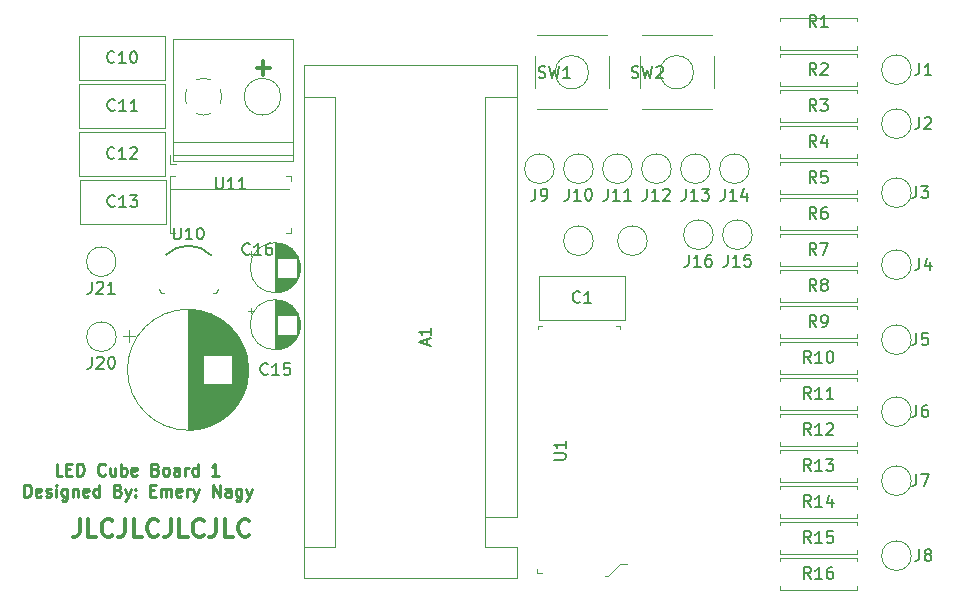
<source format=gbr>
G04 #@! TF.GenerationSoftware,KiCad,Pcbnew,(5.1.5)-3*
G04 #@! TF.CreationDate,2020-06-28T21:32:05-07:00*
G04 #@! TF.ProjectId,LED_MATRIX,4c45445f-4d41-4545-9249-582e6b696361,V01*
G04 #@! TF.SameCoordinates,Original*
G04 #@! TF.FileFunction,Legend,Top*
G04 #@! TF.FilePolarity,Positive*
%FSLAX46Y46*%
G04 Gerber Fmt 4.6, Leading zero omitted, Abs format (unit mm)*
G04 Created by KiCad (PCBNEW (5.1.5)-3) date 2020-06-28 21:32:05*
%MOMM*%
%LPD*%
G04 APERTURE LIST*
%ADD10C,0.300000*%
%ADD11C,0.254000*%
%ADD12C,0.120000*%
%ADD13C,0.100000*%
%ADD14C,0.150000*%
G04 APERTURE END LIST*
D10*
X74612571Y-63099142D02*
X75755428Y-63099142D01*
X75184000Y-63670571D02*
X75184000Y-62527714D01*
X59619428Y-101286571D02*
X59619428Y-102358000D01*
X59548000Y-102572285D01*
X59405142Y-102715142D01*
X59190857Y-102786571D01*
X59048000Y-102786571D01*
X61048000Y-102786571D02*
X60333714Y-102786571D01*
X60333714Y-101286571D01*
X62405142Y-102643714D02*
X62333714Y-102715142D01*
X62119428Y-102786571D01*
X61976571Y-102786571D01*
X61762285Y-102715142D01*
X61619428Y-102572285D01*
X61548000Y-102429428D01*
X61476571Y-102143714D01*
X61476571Y-101929428D01*
X61548000Y-101643714D01*
X61619428Y-101500857D01*
X61762285Y-101358000D01*
X61976571Y-101286571D01*
X62119428Y-101286571D01*
X62333714Y-101358000D01*
X62405142Y-101429428D01*
X63476571Y-101286571D02*
X63476571Y-102358000D01*
X63405142Y-102572285D01*
X63262285Y-102715142D01*
X63048000Y-102786571D01*
X62905142Y-102786571D01*
X64905142Y-102786571D02*
X64190857Y-102786571D01*
X64190857Y-101286571D01*
X66262285Y-102643714D02*
X66190857Y-102715142D01*
X65976571Y-102786571D01*
X65833714Y-102786571D01*
X65619428Y-102715142D01*
X65476571Y-102572285D01*
X65405142Y-102429428D01*
X65333714Y-102143714D01*
X65333714Y-101929428D01*
X65405142Y-101643714D01*
X65476571Y-101500857D01*
X65619428Y-101358000D01*
X65833714Y-101286571D01*
X65976571Y-101286571D01*
X66190857Y-101358000D01*
X66262285Y-101429428D01*
X67333714Y-101286571D02*
X67333714Y-102358000D01*
X67262285Y-102572285D01*
X67119428Y-102715142D01*
X66905142Y-102786571D01*
X66762285Y-102786571D01*
X68762285Y-102786571D02*
X68048000Y-102786571D01*
X68048000Y-101286571D01*
X70119428Y-102643714D02*
X70048000Y-102715142D01*
X69833714Y-102786571D01*
X69690857Y-102786571D01*
X69476571Y-102715142D01*
X69333714Y-102572285D01*
X69262285Y-102429428D01*
X69190857Y-102143714D01*
X69190857Y-101929428D01*
X69262285Y-101643714D01*
X69333714Y-101500857D01*
X69476571Y-101358000D01*
X69690857Y-101286571D01*
X69833714Y-101286571D01*
X70048000Y-101358000D01*
X70119428Y-101429428D01*
X71190857Y-101286571D02*
X71190857Y-102358000D01*
X71119428Y-102572285D01*
X70976571Y-102715142D01*
X70762285Y-102786571D01*
X70619428Y-102786571D01*
X72619428Y-102786571D02*
X71905142Y-102786571D01*
X71905142Y-101286571D01*
X73976571Y-102643714D02*
X73905142Y-102715142D01*
X73690857Y-102786571D01*
X73548000Y-102786571D01*
X73333714Y-102715142D01*
X73190857Y-102572285D01*
X73119428Y-102429428D01*
X73048000Y-102143714D01*
X73048000Y-101929428D01*
X73119428Y-101643714D01*
X73190857Y-101500857D01*
X73333714Y-101358000D01*
X73548000Y-101286571D01*
X73690857Y-101286571D01*
X73905142Y-101358000D01*
X73976571Y-101429428D01*
D11*
X58153904Y-97614619D02*
X57670095Y-97614619D01*
X57670095Y-96598619D01*
X58492571Y-97082428D02*
X58831238Y-97082428D01*
X58976380Y-97614619D02*
X58492571Y-97614619D01*
X58492571Y-96598619D01*
X58976380Y-96598619D01*
X59411809Y-97614619D02*
X59411809Y-96598619D01*
X59653714Y-96598619D01*
X59798857Y-96647000D01*
X59895619Y-96743761D01*
X59944000Y-96840523D01*
X59992380Y-97034047D01*
X59992380Y-97179190D01*
X59944000Y-97372714D01*
X59895619Y-97469476D01*
X59798857Y-97566238D01*
X59653714Y-97614619D01*
X59411809Y-97614619D01*
X61782476Y-97517857D02*
X61734095Y-97566238D01*
X61588952Y-97614619D01*
X61492190Y-97614619D01*
X61347047Y-97566238D01*
X61250285Y-97469476D01*
X61201904Y-97372714D01*
X61153523Y-97179190D01*
X61153523Y-97034047D01*
X61201904Y-96840523D01*
X61250285Y-96743761D01*
X61347047Y-96647000D01*
X61492190Y-96598619D01*
X61588952Y-96598619D01*
X61734095Y-96647000D01*
X61782476Y-96695380D01*
X62653333Y-96937285D02*
X62653333Y-97614619D01*
X62217904Y-96937285D02*
X62217904Y-97469476D01*
X62266285Y-97566238D01*
X62363047Y-97614619D01*
X62508190Y-97614619D01*
X62604952Y-97566238D01*
X62653333Y-97517857D01*
X63137142Y-97614619D02*
X63137142Y-96598619D01*
X63137142Y-96985666D02*
X63233904Y-96937285D01*
X63427428Y-96937285D01*
X63524190Y-96985666D01*
X63572571Y-97034047D01*
X63620952Y-97130809D01*
X63620952Y-97421095D01*
X63572571Y-97517857D01*
X63524190Y-97566238D01*
X63427428Y-97614619D01*
X63233904Y-97614619D01*
X63137142Y-97566238D01*
X64443428Y-97566238D02*
X64346666Y-97614619D01*
X64153142Y-97614619D01*
X64056380Y-97566238D01*
X64008000Y-97469476D01*
X64008000Y-97082428D01*
X64056380Y-96985666D01*
X64153142Y-96937285D01*
X64346666Y-96937285D01*
X64443428Y-96985666D01*
X64491809Y-97082428D01*
X64491809Y-97179190D01*
X64008000Y-97275952D01*
X66040000Y-97082428D02*
X66185142Y-97130809D01*
X66233523Y-97179190D01*
X66281904Y-97275952D01*
X66281904Y-97421095D01*
X66233523Y-97517857D01*
X66185142Y-97566238D01*
X66088380Y-97614619D01*
X65701333Y-97614619D01*
X65701333Y-96598619D01*
X66040000Y-96598619D01*
X66136761Y-96647000D01*
X66185142Y-96695380D01*
X66233523Y-96792142D01*
X66233523Y-96888904D01*
X66185142Y-96985666D01*
X66136761Y-97034047D01*
X66040000Y-97082428D01*
X65701333Y-97082428D01*
X66862476Y-97614619D02*
X66765714Y-97566238D01*
X66717333Y-97517857D01*
X66668952Y-97421095D01*
X66668952Y-97130809D01*
X66717333Y-97034047D01*
X66765714Y-96985666D01*
X66862476Y-96937285D01*
X67007619Y-96937285D01*
X67104380Y-96985666D01*
X67152761Y-97034047D01*
X67201142Y-97130809D01*
X67201142Y-97421095D01*
X67152761Y-97517857D01*
X67104380Y-97566238D01*
X67007619Y-97614619D01*
X66862476Y-97614619D01*
X68072000Y-97614619D02*
X68072000Y-97082428D01*
X68023619Y-96985666D01*
X67926857Y-96937285D01*
X67733333Y-96937285D01*
X67636571Y-96985666D01*
X68072000Y-97566238D02*
X67975238Y-97614619D01*
X67733333Y-97614619D01*
X67636571Y-97566238D01*
X67588190Y-97469476D01*
X67588190Y-97372714D01*
X67636571Y-97275952D01*
X67733333Y-97227571D01*
X67975238Y-97227571D01*
X68072000Y-97179190D01*
X68555809Y-97614619D02*
X68555809Y-96937285D01*
X68555809Y-97130809D02*
X68604190Y-97034047D01*
X68652571Y-96985666D01*
X68749333Y-96937285D01*
X68846095Y-96937285D01*
X69620190Y-97614619D02*
X69620190Y-96598619D01*
X69620190Y-97566238D02*
X69523428Y-97614619D01*
X69329904Y-97614619D01*
X69233142Y-97566238D01*
X69184761Y-97517857D01*
X69136380Y-97421095D01*
X69136380Y-97130809D01*
X69184761Y-97034047D01*
X69233142Y-96985666D01*
X69329904Y-96937285D01*
X69523428Y-96937285D01*
X69620190Y-96985666D01*
X71410285Y-97614619D02*
X70829714Y-97614619D01*
X71120000Y-97614619D02*
X71120000Y-96598619D01*
X71023238Y-96743761D01*
X70926476Y-96840523D01*
X70829714Y-96888904D01*
X54936571Y-99392619D02*
X54936571Y-98376619D01*
X55178476Y-98376619D01*
X55323619Y-98425000D01*
X55420380Y-98521761D01*
X55468761Y-98618523D01*
X55517142Y-98812047D01*
X55517142Y-98957190D01*
X55468761Y-99150714D01*
X55420380Y-99247476D01*
X55323619Y-99344238D01*
X55178476Y-99392619D01*
X54936571Y-99392619D01*
X56339619Y-99344238D02*
X56242857Y-99392619D01*
X56049333Y-99392619D01*
X55952571Y-99344238D01*
X55904190Y-99247476D01*
X55904190Y-98860428D01*
X55952571Y-98763666D01*
X56049333Y-98715285D01*
X56242857Y-98715285D01*
X56339619Y-98763666D01*
X56388000Y-98860428D01*
X56388000Y-98957190D01*
X55904190Y-99053952D01*
X56775047Y-99344238D02*
X56871809Y-99392619D01*
X57065333Y-99392619D01*
X57162095Y-99344238D01*
X57210476Y-99247476D01*
X57210476Y-99199095D01*
X57162095Y-99102333D01*
X57065333Y-99053952D01*
X56920190Y-99053952D01*
X56823428Y-99005571D01*
X56775047Y-98908809D01*
X56775047Y-98860428D01*
X56823428Y-98763666D01*
X56920190Y-98715285D01*
X57065333Y-98715285D01*
X57162095Y-98763666D01*
X57645904Y-99392619D02*
X57645904Y-98715285D01*
X57645904Y-98376619D02*
X57597523Y-98425000D01*
X57645904Y-98473380D01*
X57694285Y-98425000D01*
X57645904Y-98376619D01*
X57645904Y-98473380D01*
X58565142Y-98715285D02*
X58565142Y-99537761D01*
X58516761Y-99634523D01*
X58468380Y-99682904D01*
X58371619Y-99731285D01*
X58226476Y-99731285D01*
X58129714Y-99682904D01*
X58565142Y-99344238D02*
X58468380Y-99392619D01*
X58274857Y-99392619D01*
X58178095Y-99344238D01*
X58129714Y-99295857D01*
X58081333Y-99199095D01*
X58081333Y-98908809D01*
X58129714Y-98812047D01*
X58178095Y-98763666D01*
X58274857Y-98715285D01*
X58468380Y-98715285D01*
X58565142Y-98763666D01*
X59048952Y-98715285D02*
X59048952Y-99392619D01*
X59048952Y-98812047D02*
X59097333Y-98763666D01*
X59194095Y-98715285D01*
X59339238Y-98715285D01*
X59436000Y-98763666D01*
X59484380Y-98860428D01*
X59484380Y-99392619D01*
X60355238Y-99344238D02*
X60258476Y-99392619D01*
X60064952Y-99392619D01*
X59968190Y-99344238D01*
X59919809Y-99247476D01*
X59919809Y-98860428D01*
X59968190Y-98763666D01*
X60064952Y-98715285D01*
X60258476Y-98715285D01*
X60355238Y-98763666D01*
X60403619Y-98860428D01*
X60403619Y-98957190D01*
X59919809Y-99053952D01*
X61274476Y-99392619D02*
X61274476Y-98376619D01*
X61274476Y-99344238D02*
X61177714Y-99392619D01*
X60984190Y-99392619D01*
X60887428Y-99344238D01*
X60839047Y-99295857D01*
X60790666Y-99199095D01*
X60790666Y-98908809D01*
X60839047Y-98812047D01*
X60887428Y-98763666D01*
X60984190Y-98715285D01*
X61177714Y-98715285D01*
X61274476Y-98763666D01*
X62871047Y-98860428D02*
X63016190Y-98908809D01*
X63064571Y-98957190D01*
X63112952Y-99053952D01*
X63112952Y-99199095D01*
X63064571Y-99295857D01*
X63016190Y-99344238D01*
X62919428Y-99392619D01*
X62532380Y-99392619D01*
X62532380Y-98376619D01*
X62871047Y-98376619D01*
X62967809Y-98425000D01*
X63016190Y-98473380D01*
X63064571Y-98570142D01*
X63064571Y-98666904D01*
X63016190Y-98763666D01*
X62967809Y-98812047D01*
X62871047Y-98860428D01*
X62532380Y-98860428D01*
X63451619Y-98715285D02*
X63693523Y-99392619D01*
X63935428Y-98715285D02*
X63693523Y-99392619D01*
X63596761Y-99634523D01*
X63548380Y-99682904D01*
X63451619Y-99731285D01*
X64322476Y-99295857D02*
X64370857Y-99344238D01*
X64322476Y-99392619D01*
X64274095Y-99344238D01*
X64322476Y-99295857D01*
X64322476Y-99392619D01*
X64322476Y-98763666D02*
X64370857Y-98812047D01*
X64322476Y-98860428D01*
X64274095Y-98812047D01*
X64322476Y-98763666D01*
X64322476Y-98860428D01*
X65580380Y-98860428D02*
X65919047Y-98860428D01*
X66064190Y-99392619D02*
X65580380Y-99392619D01*
X65580380Y-98376619D01*
X66064190Y-98376619D01*
X66499619Y-99392619D02*
X66499619Y-98715285D01*
X66499619Y-98812047D02*
X66548000Y-98763666D01*
X66644761Y-98715285D01*
X66789904Y-98715285D01*
X66886666Y-98763666D01*
X66935047Y-98860428D01*
X66935047Y-99392619D01*
X66935047Y-98860428D02*
X66983428Y-98763666D01*
X67080190Y-98715285D01*
X67225333Y-98715285D01*
X67322095Y-98763666D01*
X67370476Y-98860428D01*
X67370476Y-99392619D01*
X68241333Y-99344238D02*
X68144571Y-99392619D01*
X67951047Y-99392619D01*
X67854285Y-99344238D01*
X67805904Y-99247476D01*
X67805904Y-98860428D01*
X67854285Y-98763666D01*
X67951047Y-98715285D01*
X68144571Y-98715285D01*
X68241333Y-98763666D01*
X68289714Y-98860428D01*
X68289714Y-98957190D01*
X67805904Y-99053952D01*
X68725142Y-99392619D02*
X68725142Y-98715285D01*
X68725142Y-98908809D02*
X68773523Y-98812047D01*
X68821904Y-98763666D01*
X68918666Y-98715285D01*
X69015428Y-98715285D01*
X69257333Y-98715285D02*
X69499238Y-99392619D01*
X69741142Y-98715285D02*
X69499238Y-99392619D01*
X69402476Y-99634523D01*
X69354095Y-99682904D01*
X69257333Y-99731285D01*
X70902285Y-99392619D02*
X70902285Y-98376619D01*
X71482857Y-99392619D01*
X71482857Y-98376619D01*
X72402095Y-99392619D02*
X72402095Y-98860428D01*
X72353714Y-98763666D01*
X72256952Y-98715285D01*
X72063428Y-98715285D01*
X71966666Y-98763666D01*
X72402095Y-99344238D02*
X72305333Y-99392619D01*
X72063428Y-99392619D01*
X71966666Y-99344238D01*
X71918285Y-99247476D01*
X71918285Y-99150714D01*
X71966666Y-99053952D01*
X72063428Y-99005571D01*
X72305333Y-99005571D01*
X72402095Y-98957190D01*
X73321333Y-98715285D02*
X73321333Y-99537761D01*
X73272952Y-99634523D01*
X73224571Y-99682904D01*
X73127809Y-99731285D01*
X72982666Y-99731285D01*
X72885904Y-99682904D01*
X73321333Y-99344238D02*
X73224571Y-99392619D01*
X73031047Y-99392619D01*
X72934285Y-99344238D01*
X72885904Y-99295857D01*
X72837523Y-99199095D01*
X72837523Y-98908809D01*
X72885904Y-98812047D01*
X72934285Y-98763666D01*
X73031047Y-98715285D01*
X73224571Y-98715285D01*
X73321333Y-98763666D01*
X73708380Y-98715285D02*
X73950285Y-99392619D01*
X74192190Y-98715285D02*
X73950285Y-99392619D01*
X73853523Y-99634523D01*
X73805142Y-99682904D01*
X73708380Y-99731285D01*
D12*
X118904000Y-86590000D02*
X118904000Y-86260000D01*
X118904000Y-86260000D02*
X125444000Y-86260000D01*
X125444000Y-86260000D02*
X125444000Y-86590000D01*
X118904000Y-88670000D02*
X118904000Y-89000000D01*
X118904000Y-89000000D02*
X125444000Y-89000000D01*
X125444000Y-89000000D02*
X125444000Y-88670000D01*
X62705000Y-79502000D02*
G75*
G03X62705000Y-79502000I-1251000J0D01*
G01*
X62719000Y-85852000D02*
G75*
G03X62719000Y-85852000I-1251000J0D01*
G01*
D13*
X66484000Y-82118000D02*
X66334000Y-81818000D01*
X66784000Y-82118000D02*
X66484000Y-82118000D01*
X71184000Y-82118000D02*
X70884000Y-82118000D01*
X71184000Y-82118000D02*
X71334000Y-81818000D01*
D14*
X70784000Y-78968000D02*
G75*
G03X66934000Y-78918000I-1950000J-1900000D01*
G01*
D12*
X107677000Y-77724000D02*
G75*
G03X107677000Y-77724000I-1251000J0D01*
G01*
X103105000Y-77724000D02*
G75*
G03X103105000Y-77724000I-1251000J0D01*
G01*
X113304000Y-62124000D02*
X113304000Y-64804000D01*
X107064000Y-64804000D02*
X107064000Y-62124000D01*
X107214000Y-60344000D02*
X113154000Y-60344000D01*
X107214000Y-66584000D02*
X113154000Y-66584000D01*
X111598214Y-63464000D02*
G75*
G03X111598214Y-63464000I-1414214J0D01*
G01*
X104414000Y-62124000D02*
X104414000Y-64804000D01*
X98174000Y-64804000D02*
X98174000Y-62124000D01*
X98324000Y-60344000D02*
X104264000Y-60344000D01*
X98324000Y-66584000D02*
X104264000Y-66584000D01*
X102708214Y-63464000D02*
G75*
G03X102708214Y-63464000I-1414214J0D01*
G01*
X93980000Y-101092000D02*
X93980000Y-103632000D01*
X93980000Y-103632000D02*
X96650000Y-103632000D01*
X96650000Y-101092000D02*
X96650000Y-62862000D01*
X96650000Y-106302000D02*
X96650000Y-103632000D01*
X81280000Y-103632000D02*
X78610000Y-103632000D01*
X81280000Y-103632000D02*
X81280000Y-65532000D01*
X81280000Y-65532000D02*
X78610000Y-65532000D01*
X93980000Y-101092000D02*
X96650000Y-101092000D01*
X93980000Y-101092000D02*
X93980000Y-65532000D01*
X93980000Y-65532000D02*
X96650000Y-65532000D01*
X96650000Y-62862000D02*
X78610000Y-62862000D01*
X78610000Y-62862000D02*
X78610000Y-106302000D01*
X78610000Y-106302000D02*
X96650000Y-106302000D01*
X98528000Y-84420000D02*
X98528000Y-80680000D01*
X105768000Y-84420000D02*
X105768000Y-80680000D01*
X105768000Y-80680000D02*
X98528000Y-80680000D01*
X105768000Y-84420000D02*
X98528000Y-84420000D01*
X66826000Y-60360000D02*
X66826000Y-64100000D01*
X59586000Y-60360000D02*
X59586000Y-64100000D01*
X59586000Y-64100000D02*
X66826000Y-64100000D01*
X59586000Y-60360000D02*
X66826000Y-60360000D01*
X59586000Y-64424000D02*
X66826000Y-64424000D01*
X59586000Y-68164000D02*
X66826000Y-68164000D01*
X59586000Y-64424000D02*
X59586000Y-68164000D01*
X66826000Y-64424000D02*
X66826000Y-68164000D01*
X59586000Y-68488000D02*
X66826000Y-68488000D01*
X59586000Y-72228000D02*
X66826000Y-72228000D01*
X59586000Y-68488000D02*
X59586000Y-72228000D01*
X66826000Y-68488000D02*
X66826000Y-72228000D01*
X66906000Y-76292000D02*
X59666000Y-76292000D01*
X66906000Y-72552000D02*
X59666000Y-72552000D01*
X66906000Y-76292000D02*
X66906000Y-72552000D01*
X59666000Y-76292000D02*
X59666000Y-72552000D01*
X73914000Y-88646000D02*
G75*
G03X73914000Y-88646000I-5120000J0D01*
G01*
X68794000Y-83566000D02*
X68794000Y-93726000D01*
X68834000Y-83566000D02*
X68834000Y-93726000D01*
X68874000Y-83566000D02*
X68874000Y-93726000D01*
X68914000Y-83567000D02*
X68914000Y-93725000D01*
X68954000Y-83568000D02*
X68954000Y-93724000D01*
X68994000Y-83569000D02*
X68994000Y-93723000D01*
X69034000Y-83571000D02*
X69034000Y-93721000D01*
X69074000Y-83573000D02*
X69074000Y-93719000D01*
X69114000Y-83576000D02*
X69114000Y-93716000D01*
X69154000Y-83578000D02*
X69154000Y-93714000D01*
X69194000Y-83581000D02*
X69194000Y-93711000D01*
X69234000Y-83584000D02*
X69234000Y-93708000D01*
X69274000Y-83588000D02*
X69274000Y-93704000D01*
X69314000Y-83592000D02*
X69314000Y-93700000D01*
X69354000Y-83596000D02*
X69354000Y-93696000D01*
X69394000Y-83601000D02*
X69394000Y-93691000D01*
X69434000Y-83606000D02*
X69434000Y-93686000D01*
X69474000Y-83611000D02*
X69474000Y-93681000D01*
X69515000Y-83616000D02*
X69515000Y-93676000D01*
X69555000Y-83622000D02*
X69555000Y-93670000D01*
X69595000Y-83628000D02*
X69595000Y-93664000D01*
X69635000Y-83635000D02*
X69635000Y-93657000D01*
X69675000Y-83642000D02*
X69675000Y-93650000D01*
X69715000Y-83649000D02*
X69715000Y-93643000D01*
X69755000Y-83656000D02*
X69755000Y-93636000D01*
X69795000Y-83664000D02*
X69795000Y-93628000D01*
X69835000Y-83672000D02*
X69835000Y-93620000D01*
X69875000Y-83681000D02*
X69875000Y-93611000D01*
X69915000Y-83690000D02*
X69915000Y-93602000D01*
X69955000Y-83699000D02*
X69955000Y-93593000D01*
X69995000Y-83708000D02*
X69995000Y-93584000D01*
X70035000Y-83718000D02*
X70035000Y-93574000D01*
X70075000Y-83728000D02*
X70075000Y-87405000D01*
X70075000Y-89887000D02*
X70075000Y-93564000D01*
X70115000Y-83739000D02*
X70115000Y-87405000D01*
X70115000Y-89887000D02*
X70115000Y-93553000D01*
X70155000Y-83749000D02*
X70155000Y-87405000D01*
X70155000Y-89887000D02*
X70155000Y-93543000D01*
X70195000Y-83761000D02*
X70195000Y-87405000D01*
X70195000Y-89887000D02*
X70195000Y-93531000D01*
X70235000Y-83772000D02*
X70235000Y-87405000D01*
X70235000Y-89887000D02*
X70235000Y-93520000D01*
X70275000Y-83784000D02*
X70275000Y-87405000D01*
X70275000Y-89887000D02*
X70275000Y-93508000D01*
X70315000Y-83796000D02*
X70315000Y-87405000D01*
X70315000Y-89887000D02*
X70315000Y-93496000D01*
X70355000Y-83809000D02*
X70355000Y-87405000D01*
X70355000Y-89887000D02*
X70355000Y-93483000D01*
X70395000Y-83822000D02*
X70395000Y-87405000D01*
X70395000Y-89887000D02*
X70395000Y-93470000D01*
X70435000Y-83835000D02*
X70435000Y-87405000D01*
X70435000Y-89887000D02*
X70435000Y-93457000D01*
X70475000Y-83849000D02*
X70475000Y-87405000D01*
X70475000Y-89887000D02*
X70475000Y-93443000D01*
X70515000Y-83863000D02*
X70515000Y-87405000D01*
X70515000Y-89887000D02*
X70515000Y-93429000D01*
X70555000Y-83878000D02*
X70555000Y-87405000D01*
X70555000Y-89887000D02*
X70555000Y-93414000D01*
X70595000Y-83892000D02*
X70595000Y-87405000D01*
X70595000Y-89887000D02*
X70595000Y-93400000D01*
X70635000Y-83908000D02*
X70635000Y-87405000D01*
X70635000Y-89887000D02*
X70635000Y-93384000D01*
X70675000Y-83923000D02*
X70675000Y-87405000D01*
X70675000Y-89887000D02*
X70675000Y-93369000D01*
X70715000Y-83939000D02*
X70715000Y-87405000D01*
X70715000Y-89887000D02*
X70715000Y-93353000D01*
X70755000Y-83956000D02*
X70755000Y-87405000D01*
X70755000Y-89887000D02*
X70755000Y-93336000D01*
X70795000Y-83972000D02*
X70795000Y-87405000D01*
X70795000Y-89887000D02*
X70795000Y-93320000D01*
X70835000Y-83989000D02*
X70835000Y-87405000D01*
X70835000Y-89887000D02*
X70835000Y-93303000D01*
X70875000Y-84007000D02*
X70875000Y-87405000D01*
X70875000Y-89887000D02*
X70875000Y-93285000D01*
X70915000Y-84025000D02*
X70915000Y-87405000D01*
X70915000Y-89887000D02*
X70915000Y-93267000D01*
X70955000Y-84043000D02*
X70955000Y-87405000D01*
X70955000Y-89887000D02*
X70955000Y-93249000D01*
X70995000Y-84062000D02*
X70995000Y-87405000D01*
X70995000Y-89887000D02*
X70995000Y-93230000D01*
X71035000Y-84082000D02*
X71035000Y-87405000D01*
X71035000Y-89887000D02*
X71035000Y-93210000D01*
X71075000Y-84101000D02*
X71075000Y-87405000D01*
X71075000Y-89887000D02*
X71075000Y-93191000D01*
X71115000Y-84121000D02*
X71115000Y-87405000D01*
X71115000Y-89887000D02*
X71115000Y-93171000D01*
X71155000Y-84142000D02*
X71155000Y-87405000D01*
X71155000Y-89887000D02*
X71155000Y-93150000D01*
X71195000Y-84163000D02*
X71195000Y-87405000D01*
X71195000Y-89887000D02*
X71195000Y-93129000D01*
X71235000Y-84184000D02*
X71235000Y-87405000D01*
X71235000Y-89887000D02*
X71235000Y-93108000D01*
X71275000Y-84206000D02*
X71275000Y-87405000D01*
X71275000Y-89887000D02*
X71275000Y-93086000D01*
X71315000Y-84229000D02*
X71315000Y-87405000D01*
X71315000Y-89887000D02*
X71315000Y-93063000D01*
X71355000Y-84251000D02*
X71355000Y-87405000D01*
X71355000Y-89887000D02*
X71355000Y-93041000D01*
X71395000Y-84275000D02*
X71395000Y-87405000D01*
X71395000Y-89887000D02*
X71395000Y-93017000D01*
X71435000Y-84299000D02*
X71435000Y-87405000D01*
X71435000Y-89887000D02*
X71435000Y-92993000D01*
X71475000Y-84323000D02*
X71475000Y-87405000D01*
X71475000Y-89887000D02*
X71475000Y-92969000D01*
X71515000Y-84348000D02*
X71515000Y-87405000D01*
X71515000Y-89887000D02*
X71515000Y-92944000D01*
X71555000Y-84373000D02*
X71555000Y-87405000D01*
X71555000Y-89887000D02*
X71555000Y-92919000D01*
X71595000Y-84399000D02*
X71595000Y-87405000D01*
X71595000Y-89887000D02*
X71595000Y-92893000D01*
X71635000Y-84425000D02*
X71635000Y-87405000D01*
X71635000Y-89887000D02*
X71635000Y-92867000D01*
X71675000Y-84452000D02*
X71675000Y-87405000D01*
X71675000Y-89887000D02*
X71675000Y-92840000D01*
X71715000Y-84480000D02*
X71715000Y-87405000D01*
X71715000Y-89887000D02*
X71715000Y-92812000D01*
X71755000Y-84508000D02*
X71755000Y-87405000D01*
X71755000Y-89887000D02*
X71755000Y-92784000D01*
X71795000Y-84536000D02*
X71795000Y-87405000D01*
X71795000Y-89887000D02*
X71795000Y-92756000D01*
X71835000Y-84566000D02*
X71835000Y-87405000D01*
X71835000Y-89887000D02*
X71835000Y-92726000D01*
X71875000Y-84596000D02*
X71875000Y-87405000D01*
X71875000Y-89887000D02*
X71875000Y-92696000D01*
X71915000Y-84626000D02*
X71915000Y-87405000D01*
X71915000Y-89887000D02*
X71915000Y-92666000D01*
X71955000Y-84657000D02*
X71955000Y-87405000D01*
X71955000Y-89887000D02*
X71955000Y-92635000D01*
X71995000Y-84689000D02*
X71995000Y-87405000D01*
X71995000Y-89887000D02*
X71995000Y-92603000D01*
X72035000Y-84721000D02*
X72035000Y-87405000D01*
X72035000Y-89887000D02*
X72035000Y-92571000D01*
X72075000Y-84754000D02*
X72075000Y-87405000D01*
X72075000Y-89887000D02*
X72075000Y-92538000D01*
X72115000Y-84788000D02*
X72115000Y-87405000D01*
X72115000Y-89887000D02*
X72115000Y-92504000D01*
X72155000Y-84822000D02*
X72155000Y-87405000D01*
X72155000Y-89887000D02*
X72155000Y-92470000D01*
X72195000Y-84857000D02*
X72195000Y-87405000D01*
X72195000Y-89887000D02*
X72195000Y-92435000D01*
X72235000Y-84893000D02*
X72235000Y-87405000D01*
X72235000Y-89887000D02*
X72235000Y-92399000D01*
X72275000Y-84930000D02*
X72275000Y-87405000D01*
X72275000Y-89887000D02*
X72275000Y-92362000D01*
X72315000Y-84967000D02*
X72315000Y-87405000D01*
X72315000Y-89887000D02*
X72315000Y-92325000D01*
X72355000Y-85006000D02*
X72355000Y-87405000D01*
X72355000Y-89887000D02*
X72355000Y-92286000D01*
X72395000Y-85045000D02*
X72395000Y-87405000D01*
X72395000Y-89887000D02*
X72395000Y-92247000D01*
X72435000Y-85085000D02*
X72435000Y-87405000D01*
X72435000Y-89887000D02*
X72435000Y-92207000D01*
X72475000Y-85126000D02*
X72475000Y-87405000D01*
X72475000Y-89887000D02*
X72475000Y-92166000D01*
X72515000Y-85168000D02*
X72515000Y-87405000D01*
X72515000Y-89887000D02*
X72515000Y-92124000D01*
X72555000Y-85210000D02*
X72555000Y-92082000D01*
X72595000Y-85254000D02*
X72595000Y-92038000D01*
X72635000Y-85299000D02*
X72635000Y-91993000D01*
X72675000Y-85345000D02*
X72675000Y-91947000D01*
X72715000Y-85392000D02*
X72715000Y-91900000D01*
X72755000Y-85440000D02*
X72755000Y-91852000D01*
X72795000Y-85490000D02*
X72795000Y-91802000D01*
X72835000Y-85540000D02*
X72835000Y-91752000D01*
X72875000Y-85592000D02*
X72875000Y-91700000D01*
X72915000Y-85646000D02*
X72915000Y-91646000D01*
X72955000Y-85701000D02*
X72955000Y-91591000D01*
X72995000Y-85757000D02*
X72995000Y-91535000D01*
X73035000Y-85816000D02*
X73035000Y-91476000D01*
X73075000Y-85876000D02*
X73075000Y-91416000D01*
X73115000Y-85937000D02*
X73115000Y-91355000D01*
X73155000Y-86001000D02*
X73155000Y-91291000D01*
X73195000Y-86067000D02*
X73195000Y-91225000D01*
X73235000Y-86136000D02*
X73235000Y-91156000D01*
X73275000Y-86207000D02*
X73275000Y-91085000D01*
X73315000Y-86281000D02*
X73315000Y-91011000D01*
X73355000Y-86357000D02*
X73355000Y-90935000D01*
X73395000Y-86437000D02*
X73395000Y-90855000D01*
X73435000Y-86521000D02*
X73435000Y-90771000D01*
X73475000Y-86609000D02*
X73475000Y-90683000D01*
X73515000Y-86702000D02*
X73515000Y-90590000D01*
X73555000Y-86800000D02*
X73555000Y-90492000D01*
X73595000Y-86904000D02*
X73595000Y-90388000D01*
X73635000Y-87016000D02*
X73635000Y-90276000D01*
X73675000Y-87136000D02*
X73675000Y-90156000D01*
X73715000Y-87268000D02*
X73715000Y-90024000D01*
X73755000Y-87416000D02*
X73755000Y-89876000D01*
X73795000Y-87584000D02*
X73795000Y-89708000D01*
X73835000Y-87784000D02*
X73835000Y-89508000D01*
X73875000Y-88047000D02*
X73875000Y-89245000D01*
X63314354Y-85771000D02*
X64314354Y-85771000D01*
X63814354Y-85271000D02*
X63814354Y-86271000D01*
X78304000Y-84836000D02*
G75*
G03X78304000Y-84836000I-2120000J0D01*
G01*
X76184000Y-82756000D02*
X76184000Y-86916000D01*
X76224000Y-82756000D02*
X76224000Y-86916000D01*
X76264000Y-82757000D02*
X76264000Y-86915000D01*
X76304000Y-82759000D02*
X76304000Y-86913000D01*
X76344000Y-82762000D02*
X76344000Y-86910000D01*
X76384000Y-82765000D02*
X76384000Y-83996000D01*
X76384000Y-85676000D02*
X76384000Y-86907000D01*
X76424000Y-82769000D02*
X76424000Y-83996000D01*
X76424000Y-85676000D02*
X76424000Y-86903000D01*
X76464000Y-82774000D02*
X76464000Y-83996000D01*
X76464000Y-85676000D02*
X76464000Y-86898000D01*
X76504000Y-82780000D02*
X76504000Y-83996000D01*
X76504000Y-85676000D02*
X76504000Y-86892000D01*
X76544000Y-82786000D02*
X76544000Y-83996000D01*
X76544000Y-85676000D02*
X76544000Y-86886000D01*
X76584000Y-82794000D02*
X76584000Y-83996000D01*
X76584000Y-85676000D02*
X76584000Y-86878000D01*
X76624000Y-82802000D02*
X76624000Y-83996000D01*
X76624000Y-85676000D02*
X76624000Y-86870000D01*
X76664000Y-82811000D02*
X76664000Y-83996000D01*
X76664000Y-85676000D02*
X76664000Y-86861000D01*
X76704000Y-82820000D02*
X76704000Y-83996000D01*
X76704000Y-85676000D02*
X76704000Y-86852000D01*
X76744000Y-82831000D02*
X76744000Y-83996000D01*
X76744000Y-85676000D02*
X76744000Y-86841000D01*
X76784000Y-82842000D02*
X76784000Y-83996000D01*
X76784000Y-85676000D02*
X76784000Y-86830000D01*
X76824000Y-82854000D02*
X76824000Y-83996000D01*
X76824000Y-85676000D02*
X76824000Y-86818000D01*
X76864000Y-82868000D02*
X76864000Y-83996000D01*
X76864000Y-85676000D02*
X76864000Y-86804000D01*
X76905000Y-82882000D02*
X76905000Y-83996000D01*
X76905000Y-85676000D02*
X76905000Y-86790000D01*
X76945000Y-82896000D02*
X76945000Y-83996000D01*
X76945000Y-85676000D02*
X76945000Y-86776000D01*
X76985000Y-82912000D02*
X76985000Y-83996000D01*
X76985000Y-85676000D02*
X76985000Y-86760000D01*
X77025000Y-82929000D02*
X77025000Y-83996000D01*
X77025000Y-85676000D02*
X77025000Y-86743000D01*
X77065000Y-82947000D02*
X77065000Y-83996000D01*
X77065000Y-85676000D02*
X77065000Y-86725000D01*
X77105000Y-82966000D02*
X77105000Y-83996000D01*
X77105000Y-85676000D02*
X77105000Y-86706000D01*
X77145000Y-82985000D02*
X77145000Y-83996000D01*
X77145000Y-85676000D02*
X77145000Y-86687000D01*
X77185000Y-83006000D02*
X77185000Y-83996000D01*
X77185000Y-85676000D02*
X77185000Y-86666000D01*
X77225000Y-83028000D02*
X77225000Y-83996000D01*
X77225000Y-85676000D02*
X77225000Y-86644000D01*
X77265000Y-83051000D02*
X77265000Y-83996000D01*
X77265000Y-85676000D02*
X77265000Y-86621000D01*
X77305000Y-83076000D02*
X77305000Y-83996000D01*
X77305000Y-85676000D02*
X77305000Y-86596000D01*
X77345000Y-83101000D02*
X77345000Y-83996000D01*
X77345000Y-85676000D02*
X77345000Y-86571000D01*
X77385000Y-83128000D02*
X77385000Y-83996000D01*
X77385000Y-85676000D02*
X77385000Y-86544000D01*
X77425000Y-83156000D02*
X77425000Y-83996000D01*
X77425000Y-85676000D02*
X77425000Y-86516000D01*
X77465000Y-83186000D02*
X77465000Y-83996000D01*
X77465000Y-85676000D02*
X77465000Y-86486000D01*
X77505000Y-83217000D02*
X77505000Y-83996000D01*
X77505000Y-85676000D02*
X77505000Y-86455000D01*
X77545000Y-83249000D02*
X77545000Y-83996000D01*
X77545000Y-85676000D02*
X77545000Y-86423000D01*
X77585000Y-83284000D02*
X77585000Y-83996000D01*
X77585000Y-85676000D02*
X77585000Y-86388000D01*
X77625000Y-83320000D02*
X77625000Y-83996000D01*
X77625000Y-85676000D02*
X77625000Y-86352000D01*
X77665000Y-83358000D02*
X77665000Y-83996000D01*
X77665000Y-85676000D02*
X77665000Y-86314000D01*
X77705000Y-83398000D02*
X77705000Y-83996000D01*
X77705000Y-85676000D02*
X77705000Y-86274000D01*
X77745000Y-83440000D02*
X77745000Y-83996000D01*
X77745000Y-85676000D02*
X77745000Y-86232000D01*
X77785000Y-83485000D02*
X77785000Y-83996000D01*
X77785000Y-85676000D02*
X77785000Y-86187000D01*
X77825000Y-83532000D02*
X77825000Y-83996000D01*
X77825000Y-85676000D02*
X77825000Y-86140000D01*
X77865000Y-83582000D02*
X77865000Y-83996000D01*
X77865000Y-85676000D02*
X77865000Y-86090000D01*
X77905000Y-83636000D02*
X77905000Y-83996000D01*
X77905000Y-85676000D02*
X77905000Y-86036000D01*
X77945000Y-83694000D02*
X77945000Y-83996000D01*
X77945000Y-85676000D02*
X77945000Y-85978000D01*
X77985000Y-83756000D02*
X77985000Y-83996000D01*
X77985000Y-85676000D02*
X77985000Y-85916000D01*
X78025000Y-83823000D02*
X78025000Y-85849000D01*
X78065000Y-83896000D02*
X78065000Y-85776000D01*
X78105000Y-83977000D02*
X78105000Y-85695000D01*
X78145000Y-84068000D02*
X78145000Y-85604000D01*
X78185000Y-84172000D02*
X78185000Y-85500000D01*
X78225000Y-84299000D02*
X78225000Y-85373000D01*
X78265000Y-84466000D02*
X78265000Y-85206000D01*
X73914199Y-83641000D02*
X74314199Y-83641000D01*
X74114199Y-83441000D02*
X74114199Y-83841000D01*
X74114199Y-78615000D02*
X74114199Y-79015000D01*
X73914199Y-78815000D02*
X74314199Y-78815000D01*
X78265000Y-79640000D02*
X78265000Y-80380000D01*
X78225000Y-79473000D02*
X78225000Y-80547000D01*
X78185000Y-79346000D02*
X78185000Y-80674000D01*
X78145000Y-79242000D02*
X78145000Y-80778000D01*
X78105000Y-79151000D02*
X78105000Y-80869000D01*
X78065000Y-79070000D02*
X78065000Y-80950000D01*
X78025000Y-78997000D02*
X78025000Y-81023000D01*
X77985000Y-80850000D02*
X77985000Y-81090000D01*
X77985000Y-78930000D02*
X77985000Y-79170000D01*
X77945000Y-80850000D02*
X77945000Y-81152000D01*
X77945000Y-78868000D02*
X77945000Y-79170000D01*
X77905000Y-80850000D02*
X77905000Y-81210000D01*
X77905000Y-78810000D02*
X77905000Y-79170000D01*
X77865000Y-80850000D02*
X77865000Y-81264000D01*
X77865000Y-78756000D02*
X77865000Y-79170000D01*
X77825000Y-80850000D02*
X77825000Y-81314000D01*
X77825000Y-78706000D02*
X77825000Y-79170000D01*
X77785000Y-80850000D02*
X77785000Y-81361000D01*
X77785000Y-78659000D02*
X77785000Y-79170000D01*
X77745000Y-80850000D02*
X77745000Y-81406000D01*
X77745000Y-78614000D02*
X77745000Y-79170000D01*
X77705000Y-80850000D02*
X77705000Y-81448000D01*
X77705000Y-78572000D02*
X77705000Y-79170000D01*
X77665000Y-80850000D02*
X77665000Y-81488000D01*
X77665000Y-78532000D02*
X77665000Y-79170000D01*
X77625000Y-80850000D02*
X77625000Y-81526000D01*
X77625000Y-78494000D02*
X77625000Y-79170000D01*
X77585000Y-80850000D02*
X77585000Y-81562000D01*
X77585000Y-78458000D02*
X77585000Y-79170000D01*
X77545000Y-80850000D02*
X77545000Y-81597000D01*
X77545000Y-78423000D02*
X77545000Y-79170000D01*
X77505000Y-80850000D02*
X77505000Y-81629000D01*
X77505000Y-78391000D02*
X77505000Y-79170000D01*
X77465000Y-80850000D02*
X77465000Y-81660000D01*
X77465000Y-78360000D02*
X77465000Y-79170000D01*
X77425000Y-80850000D02*
X77425000Y-81690000D01*
X77425000Y-78330000D02*
X77425000Y-79170000D01*
X77385000Y-80850000D02*
X77385000Y-81718000D01*
X77385000Y-78302000D02*
X77385000Y-79170000D01*
X77345000Y-80850000D02*
X77345000Y-81745000D01*
X77345000Y-78275000D02*
X77345000Y-79170000D01*
X77305000Y-80850000D02*
X77305000Y-81770000D01*
X77305000Y-78250000D02*
X77305000Y-79170000D01*
X77265000Y-80850000D02*
X77265000Y-81795000D01*
X77265000Y-78225000D02*
X77265000Y-79170000D01*
X77225000Y-80850000D02*
X77225000Y-81818000D01*
X77225000Y-78202000D02*
X77225000Y-79170000D01*
X77185000Y-80850000D02*
X77185000Y-81840000D01*
X77185000Y-78180000D02*
X77185000Y-79170000D01*
X77145000Y-80850000D02*
X77145000Y-81861000D01*
X77145000Y-78159000D02*
X77145000Y-79170000D01*
X77105000Y-80850000D02*
X77105000Y-81880000D01*
X77105000Y-78140000D02*
X77105000Y-79170000D01*
X77065000Y-80850000D02*
X77065000Y-81899000D01*
X77065000Y-78121000D02*
X77065000Y-79170000D01*
X77025000Y-80850000D02*
X77025000Y-81917000D01*
X77025000Y-78103000D02*
X77025000Y-79170000D01*
X76985000Y-80850000D02*
X76985000Y-81934000D01*
X76985000Y-78086000D02*
X76985000Y-79170000D01*
X76945000Y-80850000D02*
X76945000Y-81950000D01*
X76945000Y-78070000D02*
X76945000Y-79170000D01*
X76905000Y-80850000D02*
X76905000Y-81964000D01*
X76905000Y-78056000D02*
X76905000Y-79170000D01*
X76864000Y-80850000D02*
X76864000Y-81978000D01*
X76864000Y-78042000D02*
X76864000Y-79170000D01*
X76824000Y-80850000D02*
X76824000Y-81992000D01*
X76824000Y-78028000D02*
X76824000Y-79170000D01*
X76784000Y-80850000D02*
X76784000Y-82004000D01*
X76784000Y-78016000D02*
X76784000Y-79170000D01*
X76744000Y-80850000D02*
X76744000Y-82015000D01*
X76744000Y-78005000D02*
X76744000Y-79170000D01*
X76704000Y-80850000D02*
X76704000Y-82026000D01*
X76704000Y-77994000D02*
X76704000Y-79170000D01*
X76664000Y-80850000D02*
X76664000Y-82035000D01*
X76664000Y-77985000D02*
X76664000Y-79170000D01*
X76624000Y-80850000D02*
X76624000Y-82044000D01*
X76624000Y-77976000D02*
X76624000Y-79170000D01*
X76584000Y-80850000D02*
X76584000Y-82052000D01*
X76584000Y-77968000D02*
X76584000Y-79170000D01*
X76544000Y-80850000D02*
X76544000Y-82060000D01*
X76544000Y-77960000D02*
X76544000Y-79170000D01*
X76504000Y-80850000D02*
X76504000Y-82066000D01*
X76504000Y-77954000D02*
X76504000Y-79170000D01*
X76464000Y-80850000D02*
X76464000Y-82072000D01*
X76464000Y-77948000D02*
X76464000Y-79170000D01*
X76424000Y-80850000D02*
X76424000Y-82077000D01*
X76424000Y-77943000D02*
X76424000Y-79170000D01*
X76384000Y-80850000D02*
X76384000Y-82081000D01*
X76384000Y-77939000D02*
X76384000Y-79170000D01*
X76344000Y-77936000D02*
X76344000Y-82084000D01*
X76304000Y-77933000D02*
X76304000Y-82087000D01*
X76264000Y-77931000D02*
X76264000Y-82089000D01*
X76224000Y-77930000D02*
X76224000Y-82090000D01*
X76184000Y-77930000D02*
X76184000Y-82090000D01*
X78304000Y-80010000D02*
G75*
G03X78304000Y-80010000I-2120000J0D01*
G01*
X130029000Y-63246000D02*
G75*
G03X130029000Y-63246000I-1251000J0D01*
G01*
X130029000Y-67818000D02*
G75*
G03X130029000Y-67818000I-1251000J0D01*
G01*
X130029000Y-73660000D02*
G75*
G03X130029000Y-73660000I-1251000J0D01*
G01*
X130029000Y-79756000D02*
G75*
G03X130029000Y-79756000I-1251000J0D01*
G01*
X130029000Y-86106000D02*
G75*
G03X130029000Y-86106000I-1251000J0D01*
G01*
X130029000Y-92202000D02*
G75*
G03X130029000Y-92202000I-1251000J0D01*
G01*
X130029000Y-98044000D02*
G75*
G03X130029000Y-98044000I-1251000J0D01*
G01*
X130029000Y-104394000D02*
G75*
G03X130029000Y-104394000I-1251000J0D01*
G01*
X99803000Y-71628000D02*
G75*
G03X99803000Y-71628000I-1251000J0D01*
G01*
X103105000Y-71628000D02*
G75*
G03X103105000Y-71628000I-1251000J0D01*
G01*
X106407000Y-71628000D02*
G75*
G03X106407000Y-71628000I-1251000J0D01*
G01*
X109709000Y-71628000D02*
G75*
G03X109709000Y-71628000I-1251000J0D01*
G01*
X113011000Y-71628000D02*
G75*
G03X113011000Y-71628000I-1251000J0D01*
G01*
X116313000Y-71628000D02*
G75*
G03X116313000Y-71628000I-1251000J0D01*
G01*
X116567000Y-77216000D02*
G75*
G03X116567000Y-77216000I-1251000J0D01*
G01*
X113265000Y-77216000D02*
G75*
G03X113265000Y-77216000I-1251000J0D01*
G01*
X70711587Y-66963385D02*
G75*
G02X70104000Y-67087000I-607587J1431385D01*
G01*
X71536109Y-64924258D02*
G75*
G02X71536000Y-66140000I-1432109J-607742D01*
G01*
X69496258Y-64099891D02*
G75*
G02X70712000Y-64100000I607742J-1432109D01*
G01*
X68671891Y-66139742D02*
G75*
G02X68672000Y-64924000I1432109J607742D01*
G01*
X70131011Y-67087492D02*
G75*
G02X69496000Y-66964000I-27011J1555492D01*
G01*
X76659000Y-65532000D02*
G75*
G03X76659000Y-65532000I-1555000J0D01*
G01*
X67544000Y-70432000D02*
X77664000Y-70432000D01*
X67544000Y-69332000D02*
X77664000Y-69332000D01*
X67544000Y-60672000D02*
X77664000Y-60672000D01*
X67544000Y-70992000D02*
X77664000Y-70992000D01*
X67544000Y-60672000D02*
X67544000Y-70992000D01*
X77664000Y-60672000D02*
X77664000Y-70992000D01*
X67304000Y-70492000D02*
X67304000Y-71232000D01*
X67304000Y-71232000D02*
X67804000Y-71232000D01*
X118904000Y-59158000D02*
X118904000Y-58828000D01*
X118904000Y-58828000D02*
X125444000Y-58828000D01*
X125444000Y-58828000D02*
X125444000Y-59158000D01*
X118904000Y-61238000D02*
X118904000Y-61568000D01*
X118904000Y-61568000D02*
X125444000Y-61568000D01*
X125444000Y-61568000D02*
X125444000Y-61238000D01*
X125444000Y-64616000D02*
X125444000Y-64286000D01*
X118904000Y-64616000D02*
X125444000Y-64616000D01*
X118904000Y-64286000D02*
X118904000Y-64616000D01*
X125444000Y-61876000D02*
X125444000Y-62206000D01*
X118904000Y-61876000D02*
X125444000Y-61876000D01*
X118904000Y-62206000D02*
X118904000Y-61876000D01*
X118904000Y-65254000D02*
X118904000Y-64924000D01*
X118904000Y-64924000D02*
X125444000Y-64924000D01*
X125444000Y-64924000D02*
X125444000Y-65254000D01*
X118904000Y-67334000D02*
X118904000Y-67664000D01*
X118904000Y-67664000D02*
X125444000Y-67664000D01*
X125444000Y-67664000D02*
X125444000Y-67334000D01*
X118904000Y-68302000D02*
X118904000Y-67972000D01*
X118904000Y-67972000D02*
X125444000Y-67972000D01*
X125444000Y-67972000D02*
X125444000Y-68302000D01*
X118904000Y-70382000D02*
X118904000Y-70712000D01*
X118904000Y-70712000D02*
X125444000Y-70712000D01*
X125444000Y-70712000D02*
X125444000Y-70382000D01*
X125444000Y-73760000D02*
X125444000Y-73430000D01*
X118904000Y-73760000D02*
X125444000Y-73760000D01*
X118904000Y-73430000D02*
X118904000Y-73760000D01*
X125444000Y-71020000D02*
X125444000Y-71350000D01*
X118904000Y-71020000D02*
X125444000Y-71020000D01*
X118904000Y-71350000D02*
X118904000Y-71020000D01*
X118904000Y-74398000D02*
X118904000Y-74068000D01*
X118904000Y-74068000D02*
X125444000Y-74068000D01*
X125444000Y-74068000D02*
X125444000Y-74398000D01*
X118904000Y-76478000D02*
X118904000Y-76808000D01*
X118904000Y-76808000D02*
X125444000Y-76808000D01*
X125444000Y-76808000D02*
X125444000Y-76478000D01*
X125444000Y-79856000D02*
X125444000Y-79526000D01*
X118904000Y-79856000D02*
X125444000Y-79856000D01*
X118904000Y-79526000D02*
X118904000Y-79856000D01*
X125444000Y-77116000D02*
X125444000Y-77446000D01*
X118904000Y-77116000D02*
X125444000Y-77116000D01*
X118904000Y-77446000D02*
X118904000Y-77116000D01*
X118904000Y-80494000D02*
X118904000Y-80164000D01*
X118904000Y-80164000D02*
X125444000Y-80164000D01*
X125444000Y-80164000D02*
X125444000Y-80494000D01*
X118904000Y-82574000D02*
X118904000Y-82904000D01*
X118904000Y-82904000D02*
X125444000Y-82904000D01*
X125444000Y-82904000D02*
X125444000Y-82574000D01*
X125444000Y-85952000D02*
X125444000Y-85622000D01*
X118904000Y-85952000D02*
X125444000Y-85952000D01*
X118904000Y-85622000D02*
X118904000Y-85952000D01*
X125444000Y-83212000D02*
X125444000Y-83542000D01*
X118904000Y-83212000D02*
X125444000Y-83212000D01*
X118904000Y-83542000D02*
X118904000Y-83212000D01*
X118904000Y-89638000D02*
X118904000Y-89308000D01*
X118904000Y-89308000D02*
X125444000Y-89308000D01*
X125444000Y-89308000D02*
X125444000Y-89638000D01*
X118904000Y-91718000D02*
X118904000Y-92048000D01*
X118904000Y-92048000D02*
X125444000Y-92048000D01*
X125444000Y-92048000D02*
X125444000Y-91718000D01*
X125444000Y-95096000D02*
X125444000Y-94766000D01*
X118904000Y-95096000D02*
X125444000Y-95096000D01*
X118904000Y-94766000D02*
X118904000Y-95096000D01*
X125444000Y-92356000D02*
X125444000Y-92686000D01*
X118904000Y-92356000D02*
X125444000Y-92356000D01*
X118904000Y-92686000D02*
X118904000Y-92356000D01*
X125444000Y-98144000D02*
X125444000Y-97814000D01*
X118904000Y-98144000D02*
X125444000Y-98144000D01*
X118904000Y-97814000D02*
X118904000Y-98144000D01*
X125444000Y-95404000D02*
X125444000Y-95734000D01*
X118904000Y-95404000D02*
X125444000Y-95404000D01*
X118904000Y-95734000D02*
X118904000Y-95404000D01*
X125444000Y-101192000D02*
X125444000Y-100862000D01*
X118904000Y-101192000D02*
X125444000Y-101192000D01*
X118904000Y-100862000D02*
X118904000Y-101192000D01*
X125444000Y-98452000D02*
X125444000Y-98782000D01*
X118904000Y-98452000D02*
X125444000Y-98452000D01*
X118904000Y-98782000D02*
X118904000Y-98452000D01*
X118904000Y-101830000D02*
X118904000Y-101500000D01*
X118904000Y-101500000D02*
X125444000Y-101500000D01*
X125444000Y-101500000D02*
X125444000Y-101830000D01*
X118904000Y-103910000D02*
X118904000Y-104240000D01*
X118904000Y-104240000D02*
X125444000Y-104240000D01*
X125444000Y-104240000D02*
X125444000Y-103910000D01*
X118904000Y-104878000D02*
X118904000Y-104548000D01*
X118904000Y-104548000D02*
X125444000Y-104548000D01*
X125444000Y-104548000D02*
X125444000Y-104878000D01*
X118904000Y-106958000D02*
X118904000Y-107288000D01*
X118904000Y-107288000D02*
X125444000Y-107288000D01*
X125444000Y-107288000D02*
X125444000Y-106958000D01*
D13*
X105364000Y-85186000D02*
X105364000Y-84986000D01*
X105364000Y-84986000D02*
X105064000Y-84986000D01*
X98764000Y-84986000D02*
X98464000Y-84986000D01*
X98464000Y-84986000D02*
X98464000Y-85186000D01*
X105744000Y-105086000D02*
X105994000Y-105086000D01*
X105364000Y-105086000D02*
X105734000Y-105086000D01*
X104064000Y-106086000D02*
X104364000Y-106086000D01*
X104364000Y-106086000D02*
X105364000Y-105086000D01*
X98384000Y-105496000D02*
X98384000Y-105896000D01*
X98384000Y-105896000D02*
X98784000Y-105896000D01*
X67290000Y-73386000D02*
X77390000Y-73386000D01*
X77490000Y-77076000D02*
X77490000Y-76676000D01*
X77490000Y-77076000D02*
X77090000Y-77076000D01*
X67290000Y-77076000D02*
X67290000Y-72676000D01*
X67290000Y-77076000D02*
X67690000Y-77076000D01*
X67290000Y-72276000D02*
X67290000Y-72676000D01*
X67290000Y-72276000D02*
X67690000Y-72276000D01*
X77090000Y-72276000D02*
X77490000Y-72276000D01*
X77490000Y-72276000D02*
X77490000Y-72676000D01*
D14*
X121531142Y-88082380D02*
X121197809Y-87606190D01*
X120959714Y-88082380D02*
X120959714Y-87082380D01*
X121340666Y-87082380D01*
X121435904Y-87130000D01*
X121483523Y-87177619D01*
X121531142Y-87272857D01*
X121531142Y-87415714D01*
X121483523Y-87510952D01*
X121435904Y-87558571D01*
X121340666Y-87606190D01*
X120959714Y-87606190D01*
X122483523Y-88082380D02*
X121912095Y-88082380D01*
X122197809Y-88082380D02*
X122197809Y-87082380D01*
X122102571Y-87225238D01*
X122007333Y-87320476D01*
X121912095Y-87368095D01*
X123102571Y-87082380D02*
X123197809Y-87082380D01*
X123293047Y-87130000D01*
X123340666Y-87177619D01*
X123388285Y-87272857D01*
X123435904Y-87463333D01*
X123435904Y-87701428D01*
X123388285Y-87891904D01*
X123340666Y-87987142D01*
X123293047Y-88034761D01*
X123197809Y-88082380D01*
X123102571Y-88082380D01*
X123007333Y-88034761D01*
X122959714Y-87987142D01*
X122912095Y-87891904D01*
X122864476Y-87701428D01*
X122864476Y-87463333D01*
X122912095Y-87272857D01*
X122959714Y-87177619D01*
X123007333Y-87130000D01*
X123102571Y-87082380D01*
X60644476Y-81204380D02*
X60644476Y-81918666D01*
X60596857Y-82061523D01*
X60501619Y-82156761D01*
X60358761Y-82204380D01*
X60263523Y-82204380D01*
X61073047Y-81299619D02*
X61120666Y-81252000D01*
X61215904Y-81204380D01*
X61454000Y-81204380D01*
X61549238Y-81252000D01*
X61596857Y-81299619D01*
X61644476Y-81394857D01*
X61644476Y-81490095D01*
X61596857Y-81632952D01*
X61025428Y-82204380D01*
X61644476Y-82204380D01*
X62596857Y-82204380D02*
X62025428Y-82204380D01*
X62311142Y-82204380D02*
X62311142Y-81204380D01*
X62215904Y-81347238D01*
X62120666Y-81442476D01*
X62025428Y-81490095D01*
X60658476Y-87554380D02*
X60658476Y-88268666D01*
X60610857Y-88411523D01*
X60515619Y-88506761D01*
X60372761Y-88554380D01*
X60277523Y-88554380D01*
X61087047Y-87649619D02*
X61134666Y-87602000D01*
X61229904Y-87554380D01*
X61468000Y-87554380D01*
X61563238Y-87602000D01*
X61610857Y-87649619D01*
X61658476Y-87744857D01*
X61658476Y-87840095D01*
X61610857Y-87982952D01*
X61039428Y-88554380D01*
X61658476Y-88554380D01*
X62277523Y-87554380D02*
X62372761Y-87554380D01*
X62468000Y-87602000D01*
X62515619Y-87649619D01*
X62563238Y-87744857D01*
X62610857Y-87935333D01*
X62610857Y-88173428D01*
X62563238Y-88363904D01*
X62515619Y-88459142D01*
X62468000Y-88506761D01*
X62372761Y-88554380D01*
X62277523Y-88554380D01*
X62182285Y-88506761D01*
X62134666Y-88459142D01*
X62087047Y-88363904D01*
X62039428Y-88173428D01*
X62039428Y-87935333D01*
X62087047Y-87744857D01*
X62134666Y-87649619D01*
X62182285Y-87602000D01*
X62277523Y-87554380D01*
X67595904Y-76620380D02*
X67595904Y-77429904D01*
X67643523Y-77525142D01*
X67691142Y-77572761D01*
X67786380Y-77620380D01*
X67976857Y-77620380D01*
X68072095Y-77572761D01*
X68119714Y-77525142D01*
X68167333Y-77429904D01*
X68167333Y-76620380D01*
X69167333Y-77620380D02*
X68595904Y-77620380D01*
X68881619Y-77620380D02*
X68881619Y-76620380D01*
X68786380Y-76763238D01*
X68691142Y-76858476D01*
X68595904Y-76906095D01*
X69786380Y-76620380D02*
X69881619Y-76620380D01*
X69976857Y-76668000D01*
X70024476Y-76715619D01*
X70072095Y-76810857D01*
X70119714Y-77001333D01*
X70119714Y-77239428D01*
X70072095Y-77429904D01*
X70024476Y-77525142D01*
X69976857Y-77572761D01*
X69881619Y-77620380D01*
X69786380Y-77620380D01*
X69691142Y-77572761D01*
X69643523Y-77525142D01*
X69595904Y-77429904D01*
X69548285Y-77239428D01*
X69548285Y-77001333D01*
X69595904Y-76810857D01*
X69643523Y-76715619D01*
X69691142Y-76668000D01*
X69786380Y-76620380D01*
X106362666Y-63904761D02*
X106505523Y-63952380D01*
X106743619Y-63952380D01*
X106838857Y-63904761D01*
X106886476Y-63857142D01*
X106934095Y-63761904D01*
X106934095Y-63666666D01*
X106886476Y-63571428D01*
X106838857Y-63523809D01*
X106743619Y-63476190D01*
X106553142Y-63428571D01*
X106457904Y-63380952D01*
X106410285Y-63333333D01*
X106362666Y-63238095D01*
X106362666Y-63142857D01*
X106410285Y-63047619D01*
X106457904Y-63000000D01*
X106553142Y-62952380D01*
X106791238Y-62952380D01*
X106934095Y-63000000D01*
X107267428Y-62952380D02*
X107505523Y-63952380D01*
X107696000Y-63238095D01*
X107886476Y-63952380D01*
X108124571Y-62952380D01*
X108457904Y-63047619D02*
X108505523Y-63000000D01*
X108600761Y-62952380D01*
X108838857Y-62952380D01*
X108934095Y-63000000D01*
X108981714Y-63047619D01*
X109029333Y-63142857D01*
X109029333Y-63238095D01*
X108981714Y-63380952D01*
X108410285Y-63952380D01*
X109029333Y-63952380D01*
X98488666Y-63904761D02*
X98631523Y-63952380D01*
X98869619Y-63952380D01*
X98964857Y-63904761D01*
X99012476Y-63857142D01*
X99060095Y-63761904D01*
X99060095Y-63666666D01*
X99012476Y-63571428D01*
X98964857Y-63523809D01*
X98869619Y-63476190D01*
X98679142Y-63428571D01*
X98583904Y-63380952D01*
X98536285Y-63333333D01*
X98488666Y-63238095D01*
X98488666Y-63142857D01*
X98536285Y-63047619D01*
X98583904Y-63000000D01*
X98679142Y-62952380D01*
X98917238Y-62952380D01*
X99060095Y-63000000D01*
X99393428Y-62952380D02*
X99631523Y-63952380D01*
X99822000Y-63238095D01*
X100012476Y-63952380D01*
X100250571Y-62952380D01*
X101155333Y-63952380D02*
X100583904Y-63952380D01*
X100869619Y-63952380D02*
X100869619Y-62952380D01*
X100774380Y-63095238D01*
X100679142Y-63190476D01*
X100583904Y-63238095D01*
X89066666Y-86566285D02*
X89066666Y-86090095D01*
X89352380Y-86661523D02*
X88352380Y-86328190D01*
X89352380Y-85994857D01*
X89352380Y-85137714D02*
X89352380Y-85709142D01*
X89352380Y-85423428D02*
X88352380Y-85423428D01*
X88495238Y-85518666D01*
X88590476Y-85613904D01*
X88638095Y-85709142D01*
X101981333Y-82907142D02*
X101933714Y-82954761D01*
X101790857Y-83002380D01*
X101695619Y-83002380D01*
X101552761Y-82954761D01*
X101457523Y-82859523D01*
X101409904Y-82764285D01*
X101362285Y-82573809D01*
X101362285Y-82430952D01*
X101409904Y-82240476D01*
X101457523Y-82145238D01*
X101552761Y-82050000D01*
X101695619Y-82002380D01*
X101790857Y-82002380D01*
X101933714Y-82050000D01*
X101981333Y-82097619D01*
X102933714Y-83002380D02*
X102362285Y-83002380D01*
X102648000Y-83002380D02*
X102648000Y-82002380D01*
X102552761Y-82145238D01*
X102457523Y-82240476D01*
X102362285Y-82288095D01*
X62563142Y-62587142D02*
X62515523Y-62634761D01*
X62372666Y-62682380D01*
X62277428Y-62682380D01*
X62134571Y-62634761D01*
X62039333Y-62539523D01*
X61991714Y-62444285D01*
X61944095Y-62253809D01*
X61944095Y-62110952D01*
X61991714Y-61920476D01*
X62039333Y-61825238D01*
X62134571Y-61730000D01*
X62277428Y-61682380D01*
X62372666Y-61682380D01*
X62515523Y-61730000D01*
X62563142Y-61777619D01*
X63515523Y-62682380D02*
X62944095Y-62682380D01*
X63229809Y-62682380D02*
X63229809Y-61682380D01*
X63134571Y-61825238D01*
X63039333Y-61920476D01*
X62944095Y-61968095D01*
X64134571Y-61682380D02*
X64229809Y-61682380D01*
X64325047Y-61730000D01*
X64372666Y-61777619D01*
X64420285Y-61872857D01*
X64467904Y-62063333D01*
X64467904Y-62301428D01*
X64420285Y-62491904D01*
X64372666Y-62587142D01*
X64325047Y-62634761D01*
X64229809Y-62682380D01*
X64134571Y-62682380D01*
X64039333Y-62634761D01*
X63991714Y-62587142D01*
X63944095Y-62491904D01*
X63896476Y-62301428D01*
X63896476Y-62063333D01*
X63944095Y-61872857D01*
X63991714Y-61777619D01*
X64039333Y-61730000D01*
X64134571Y-61682380D01*
X62603142Y-66651142D02*
X62555523Y-66698761D01*
X62412666Y-66746380D01*
X62317428Y-66746380D01*
X62174571Y-66698761D01*
X62079333Y-66603523D01*
X62031714Y-66508285D01*
X61984095Y-66317809D01*
X61984095Y-66174952D01*
X62031714Y-65984476D01*
X62079333Y-65889238D01*
X62174571Y-65794000D01*
X62317428Y-65746380D01*
X62412666Y-65746380D01*
X62555523Y-65794000D01*
X62603142Y-65841619D01*
X63555523Y-66746380D02*
X62984095Y-66746380D01*
X63269809Y-66746380D02*
X63269809Y-65746380D01*
X63174571Y-65889238D01*
X63079333Y-65984476D01*
X62984095Y-66032095D01*
X64507904Y-66746380D02*
X63936476Y-66746380D01*
X64222190Y-66746380D02*
X64222190Y-65746380D01*
X64126952Y-65889238D01*
X64031714Y-65984476D01*
X63936476Y-66032095D01*
X62563142Y-70715142D02*
X62515523Y-70762761D01*
X62372666Y-70810380D01*
X62277428Y-70810380D01*
X62134571Y-70762761D01*
X62039333Y-70667523D01*
X61991714Y-70572285D01*
X61944095Y-70381809D01*
X61944095Y-70238952D01*
X61991714Y-70048476D01*
X62039333Y-69953238D01*
X62134571Y-69858000D01*
X62277428Y-69810380D01*
X62372666Y-69810380D01*
X62515523Y-69858000D01*
X62563142Y-69905619D01*
X63515523Y-70810380D02*
X62944095Y-70810380D01*
X63229809Y-70810380D02*
X63229809Y-69810380D01*
X63134571Y-69953238D01*
X63039333Y-70048476D01*
X62944095Y-70096095D01*
X63896476Y-69905619D02*
X63944095Y-69858000D01*
X64039333Y-69810380D01*
X64277428Y-69810380D01*
X64372666Y-69858000D01*
X64420285Y-69905619D01*
X64467904Y-70000857D01*
X64467904Y-70096095D01*
X64420285Y-70238952D01*
X63848857Y-70810380D01*
X64467904Y-70810380D01*
X62603142Y-74779142D02*
X62555523Y-74826761D01*
X62412666Y-74874380D01*
X62317428Y-74874380D01*
X62174571Y-74826761D01*
X62079333Y-74731523D01*
X62031714Y-74636285D01*
X61984095Y-74445809D01*
X61984095Y-74302952D01*
X62031714Y-74112476D01*
X62079333Y-74017238D01*
X62174571Y-73922000D01*
X62317428Y-73874380D01*
X62412666Y-73874380D01*
X62555523Y-73922000D01*
X62603142Y-73969619D01*
X63555523Y-74874380D02*
X62984095Y-74874380D01*
X63269809Y-74874380D02*
X63269809Y-73874380D01*
X63174571Y-74017238D01*
X63079333Y-74112476D01*
X62984095Y-74160095D01*
X63888857Y-73874380D02*
X64507904Y-73874380D01*
X64174571Y-74255333D01*
X64317428Y-74255333D01*
X64412666Y-74302952D01*
X64460285Y-74350571D01*
X64507904Y-74445809D01*
X64507904Y-74683904D01*
X64460285Y-74779142D01*
X64412666Y-74826761D01*
X64317428Y-74874380D01*
X64031714Y-74874380D01*
X63936476Y-74826761D01*
X63888857Y-74779142D01*
X75557142Y-89003142D02*
X75509523Y-89050761D01*
X75366666Y-89098380D01*
X75271428Y-89098380D01*
X75128571Y-89050761D01*
X75033333Y-88955523D01*
X74985714Y-88860285D01*
X74938095Y-88669809D01*
X74938095Y-88526952D01*
X74985714Y-88336476D01*
X75033333Y-88241238D01*
X75128571Y-88146000D01*
X75271428Y-88098380D01*
X75366666Y-88098380D01*
X75509523Y-88146000D01*
X75557142Y-88193619D01*
X76509523Y-89098380D02*
X75938095Y-89098380D01*
X76223809Y-89098380D02*
X76223809Y-88098380D01*
X76128571Y-88241238D01*
X76033333Y-88336476D01*
X75938095Y-88384095D01*
X77414285Y-88098380D02*
X76938095Y-88098380D01*
X76890476Y-88574571D01*
X76938095Y-88526952D01*
X77033333Y-88479333D01*
X77271428Y-88479333D01*
X77366666Y-88526952D01*
X77414285Y-88574571D01*
X77461904Y-88669809D01*
X77461904Y-88907904D01*
X77414285Y-89003142D01*
X77366666Y-89050761D01*
X77271428Y-89098380D01*
X77033333Y-89098380D01*
X76938095Y-89050761D01*
X76890476Y-89003142D01*
X74033142Y-78843142D02*
X73985523Y-78890761D01*
X73842666Y-78938380D01*
X73747428Y-78938380D01*
X73604571Y-78890761D01*
X73509333Y-78795523D01*
X73461714Y-78700285D01*
X73414095Y-78509809D01*
X73414095Y-78366952D01*
X73461714Y-78176476D01*
X73509333Y-78081238D01*
X73604571Y-77986000D01*
X73747428Y-77938380D01*
X73842666Y-77938380D01*
X73985523Y-77986000D01*
X74033142Y-78033619D01*
X74985523Y-78938380D02*
X74414095Y-78938380D01*
X74699809Y-78938380D02*
X74699809Y-77938380D01*
X74604571Y-78081238D01*
X74509333Y-78176476D01*
X74414095Y-78224095D01*
X75842666Y-77938380D02*
X75652190Y-77938380D01*
X75556952Y-77986000D01*
X75509333Y-78033619D01*
X75414095Y-78176476D01*
X75366476Y-78366952D01*
X75366476Y-78747904D01*
X75414095Y-78843142D01*
X75461714Y-78890761D01*
X75556952Y-78938380D01*
X75747428Y-78938380D01*
X75842666Y-78890761D01*
X75890285Y-78843142D01*
X75937904Y-78747904D01*
X75937904Y-78509809D01*
X75890285Y-78414571D01*
X75842666Y-78366952D01*
X75747428Y-78319333D01*
X75556952Y-78319333D01*
X75461714Y-78366952D01*
X75414095Y-78414571D01*
X75366476Y-78509809D01*
X130730666Y-62698380D02*
X130730666Y-63412666D01*
X130683047Y-63555523D01*
X130587809Y-63650761D01*
X130444952Y-63698380D01*
X130349714Y-63698380D01*
X131730666Y-63698380D02*
X131159238Y-63698380D01*
X131444952Y-63698380D02*
X131444952Y-62698380D01*
X131349714Y-62841238D01*
X131254476Y-62936476D01*
X131159238Y-62984095D01*
X130730666Y-67270380D02*
X130730666Y-67984666D01*
X130683047Y-68127523D01*
X130587809Y-68222761D01*
X130444952Y-68270380D01*
X130349714Y-68270380D01*
X131159238Y-67365619D02*
X131206857Y-67318000D01*
X131302095Y-67270380D01*
X131540190Y-67270380D01*
X131635428Y-67318000D01*
X131683047Y-67365619D01*
X131730666Y-67460857D01*
X131730666Y-67556095D01*
X131683047Y-67698952D01*
X131111619Y-68270380D01*
X131730666Y-68270380D01*
X130476666Y-73112380D02*
X130476666Y-73826666D01*
X130429047Y-73969523D01*
X130333809Y-74064761D01*
X130190952Y-74112380D01*
X130095714Y-74112380D01*
X130857619Y-73112380D02*
X131476666Y-73112380D01*
X131143333Y-73493333D01*
X131286190Y-73493333D01*
X131381428Y-73540952D01*
X131429047Y-73588571D01*
X131476666Y-73683809D01*
X131476666Y-73921904D01*
X131429047Y-74017142D01*
X131381428Y-74064761D01*
X131286190Y-74112380D01*
X131000476Y-74112380D01*
X130905238Y-74064761D01*
X130857619Y-74017142D01*
X130730666Y-79208380D02*
X130730666Y-79922666D01*
X130683047Y-80065523D01*
X130587809Y-80160761D01*
X130444952Y-80208380D01*
X130349714Y-80208380D01*
X131635428Y-79541714D02*
X131635428Y-80208380D01*
X131397333Y-79160761D02*
X131159238Y-79875047D01*
X131778285Y-79875047D01*
X130476666Y-85558380D02*
X130476666Y-86272666D01*
X130429047Y-86415523D01*
X130333809Y-86510761D01*
X130190952Y-86558380D01*
X130095714Y-86558380D01*
X131429047Y-85558380D02*
X130952857Y-85558380D01*
X130905238Y-86034571D01*
X130952857Y-85986952D01*
X131048095Y-85939333D01*
X131286190Y-85939333D01*
X131381428Y-85986952D01*
X131429047Y-86034571D01*
X131476666Y-86129809D01*
X131476666Y-86367904D01*
X131429047Y-86463142D01*
X131381428Y-86510761D01*
X131286190Y-86558380D01*
X131048095Y-86558380D01*
X130952857Y-86510761D01*
X130905238Y-86463142D01*
X130476666Y-91654380D02*
X130476666Y-92368666D01*
X130429047Y-92511523D01*
X130333809Y-92606761D01*
X130190952Y-92654380D01*
X130095714Y-92654380D01*
X131381428Y-91654380D02*
X131190952Y-91654380D01*
X131095714Y-91702000D01*
X131048095Y-91749619D01*
X130952857Y-91892476D01*
X130905238Y-92082952D01*
X130905238Y-92463904D01*
X130952857Y-92559142D01*
X131000476Y-92606761D01*
X131095714Y-92654380D01*
X131286190Y-92654380D01*
X131381428Y-92606761D01*
X131429047Y-92559142D01*
X131476666Y-92463904D01*
X131476666Y-92225809D01*
X131429047Y-92130571D01*
X131381428Y-92082952D01*
X131286190Y-92035333D01*
X131095714Y-92035333D01*
X131000476Y-92082952D01*
X130952857Y-92130571D01*
X130905238Y-92225809D01*
X130476666Y-97496380D02*
X130476666Y-98210666D01*
X130429047Y-98353523D01*
X130333809Y-98448761D01*
X130190952Y-98496380D01*
X130095714Y-98496380D01*
X130857619Y-97496380D02*
X131524285Y-97496380D01*
X131095714Y-98496380D01*
X130730666Y-103846380D02*
X130730666Y-104560666D01*
X130683047Y-104703523D01*
X130587809Y-104798761D01*
X130444952Y-104846380D01*
X130349714Y-104846380D01*
X131349714Y-104274952D02*
X131254476Y-104227333D01*
X131206857Y-104179714D01*
X131159238Y-104084476D01*
X131159238Y-104036857D01*
X131206857Y-103941619D01*
X131254476Y-103894000D01*
X131349714Y-103846380D01*
X131540190Y-103846380D01*
X131635428Y-103894000D01*
X131683047Y-103941619D01*
X131730666Y-104036857D01*
X131730666Y-104084476D01*
X131683047Y-104179714D01*
X131635428Y-104227333D01*
X131540190Y-104274952D01*
X131349714Y-104274952D01*
X131254476Y-104322571D01*
X131206857Y-104370190D01*
X131159238Y-104465428D01*
X131159238Y-104655904D01*
X131206857Y-104751142D01*
X131254476Y-104798761D01*
X131349714Y-104846380D01*
X131540190Y-104846380D01*
X131635428Y-104798761D01*
X131683047Y-104751142D01*
X131730666Y-104655904D01*
X131730666Y-104465428D01*
X131683047Y-104370190D01*
X131635428Y-104322571D01*
X131540190Y-104274952D01*
X98218666Y-73330380D02*
X98218666Y-74044666D01*
X98171047Y-74187523D01*
X98075809Y-74282761D01*
X97932952Y-74330380D01*
X97837714Y-74330380D01*
X98742476Y-74330380D02*
X98932952Y-74330380D01*
X99028190Y-74282761D01*
X99075809Y-74235142D01*
X99171047Y-74092285D01*
X99218666Y-73901809D01*
X99218666Y-73520857D01*
X99171047Y-73425619D01*
X99123428Y-73378000D01*
X99028190Y-73330380D01*
X98837714Y-73330380D01*
X98742476Y-73378000D01*
X98694857Y-73425619D01*
X98647238Y-73520857D01*
X98647238Y-73758952D01*
X98694857Y-73854190D01*
X98742476Y-73901809D01*
X98837714Y-73949428D01*
X99028190Y-73949428D01*
X99123428Y-73901809D01*
X99171047Y-73854190D01*
X99218666Y-73758952D01*
X101044476Y-73330380D02*
X101044476Y-74044666D01*
X100996857Y-74187523D01*
X100901619Y-74282761D01*
X100758761Y-74330380D01*
X100663523Y-74330380D01*
X102044476Y-74330380D02*
X101473047Y-74330380D01*
X101758761Y-74330380D02*
X101758761Y-73330380D01*
X101663523Y-73473238D01*
X101568285Y-73568476D01*
X101473047Y-73616095D01*
X102663523Y-73330380D02*
X102758761Y-73330380D01*
X102854000Y-73378000D01*
X102901619Y-73425619D01*
X102949238Y-73520857D01*
X102996857Y-73711333D01*
X102996857Y-73949428D01*
X102949238Y-74139904D01*
X102901619Y-74235142D01*
X102854000Y-74282761D01*
X102758761Y-74330380D01*
X102663523Y-74330380D01*
X102568285Y-74282761D01*
X102520666Y-74235142D01*
X102473047Y-74139904D01*
X102425428Y-73949428D01*
X102425428Y-73711333D01*
X102473047Y-73520857D01*
X102520666Y-73425619D01*
X102568285Y-73378000D01*
X102663523Y-73330380D01*
X104346476Y-73330380D02*
X104346476Y-74044666D01*
X104298857Y-74187523D01*
X104203619Y-74282761D01*
X104060761Y-74330380D01*
X103965523Y-74330380D01*
X105346476Y-74330380D02*
X104775047Y-74330380D01*
X105060761Y-74330380D02*
X105060761Y-73330380D01*
X104965523Y-73473238D01*
X104870285Y-73568476D01*
X104775047Y-73616095D01*
X106298857Y-74330380D02*
X105727428Y-74330380D01*
X106013142Y-74330380D02*
X106013142Y-73330380D01*
X105917904Y-73473238D01*
X105822666Y-73568476D01*
X105727428Y-73616095D01*
X107648476Y-73330380D02*
X107648476Y-74044666D01*
X107600857Y-74187523D01*
X107505619Y-74282761D01*
X107362761Y-74330380D01*
X107267523Y-74330380D01*
X108648476Y-74330380D02*
X108077047Y-74330380D01*
X108362761Y-74330380D02*
X108362761Y-73330380D01*
X108267523Y-73473238D01*
X108172285Y-73568476D01*
X108077047Y-73616095D01*
X109029428Y-73425619D02*
X109077047Y-73378000D01*
X109172285Y-73330380D01*
X109410380Y-73330380D01*
X109505619Y-73378000D01*
X109553238Y-73425619D01*
X109600857Y-73520857D01*
X109600857Y-73616095D01*
X109553238Y-73758952D01*
X108981809Y-74330380D01*
X109600857Y-74330380D01*
X110950476Y-73330380D02*
X110950476Y-74044666D01*
X110902857Y-74187523D01*
X110807619Y-74282761D01*
X110664761Y-74330380D01*
X110569523Y-74330380D01*
X111950476Y-74330380D02*
X111379047Y-74330380D01*
X111664761Y-74330380D02*
X111664761Y-73330380D01*
X111569523Y-73473238D01*
X111474285Y-73568476D01*
X111379047Y-73616095D01*
X112283809Y-73330380D02*
X112902857Y-73330380D01*
X112569523Y-73711333D01*
X112712380Y-73711333D01*
X112807619Y-73758952D01*
X112855238Y-73806571D01*
X112902857Y-73901809D01*
X112902857Y-74139904D01*
X112855238Y-74235142D01*
X112807619Y-74282761D01*
X112712380Y-74330380D01*
X112426666Y-74330380D01*
X112331428Y-74282761D01*
X112283809Y-74235142D01*
X114252476Y-73330380D02*
X114252476Y-74044666D01*
X114204857Y-74187523D01*
X114109619Y-74282761D01*
X113966761Y-74330380D01*
X113871523Y-74330380D01*
X115252476Y-74330380D02*
X114681047Y-74330380D01*
X114966761Y-74330380D02*
X114966761Y-73330380D01*
X114871523Y-73473238D01*
X114776285Y-73568476D01*
X114681047Y-73616095D01*
X116109619Y-73663714D02*
X116109619Y-74330380D01*
X115871523Y-73282761D02*
X115633428Y-73997047D01*
X116252476Y-73997047D01*
X114506476Y-78918380D02*
X114506476Y-79632666D01*
X114458857Y-79775523D01*
X114363619Y-79870761D01*
X114220761Y-79918380D01*
X114125523Y-79918380D01*
X115506476Y-79918380D02*
X114935047Y-79918380D01*
X115220761Y-79918380D02*
X115220761Y-78918380D01*
X115125523Y-79061238D01*
X115030285Y-79156476D01*
X114935047Y-79204095D01*
X116411238Y-78918380D02*
X115935047Y-78918380D01*
X115887428Y-79394571D01*
X115935047Y-79346952D01*
X116030285Y-79299333D01*
X116268380Y-79299333D01*
X116363619Y-79346952D01*
X116411238Y-79394571D01*
X116458857Y-79489809D01*
X116458857Y-79727904D01*
X116411238Y-79823142D01*
X116363619Y-79870761D01*
X116268380Y-79918380D01*
X116030285Y-79918380D01*
X115935047Y-79870761D01*
X115887428Y-79823142D01*
X111204476Y-78918380D02*
X111204476Y-79632666D01*
X111156857Y-79775523D01*
X111061619Y-79870761D01*
X110918761Y-79918380D01*
X110823523Y-79918380D01*
X112204476Y-79918380D02*
X111633047Y-79918380D01*
X111918761Y-79918380D02*
X111918761Y-78918380D01*
X111823523Y-79061238D01*
X111728285Y-79156476D01*
X111633047Y-79204095D01*
X113061619Y-78918380D02*
X112871142Y-78918380D01*
X112775904Y-78966000D01*
X112728285Y-79013619D01*
X112633047Y-79156476D01*
X112585428Y-79346952D01*
X112585428Y-79727904D01*
X112633047Y-79823142D01*
X112680666Y-79870761D01*
X112775904Y-79918380D01*
X112966380Y-79918380D01*
X113061619Y-79870761D01*
X113109238Y-79823142D01*
X113156857Y-79727904D01*
X113156857Y-79489809D01*
X113109238Y-79394571D01*
X113061619Y-79346952D01*
X112966380Y-79299333D01*
X112775904Y-79299333D01*
X112680666Y-79346952D01*
X112633047Y-79394571D01*
X112585428Y-79489809D01*
X122007333Y-59634380D02*
X121674000Y-59158190D01*
X121435904Y-59634380D02*
X121435904Y-58634380D01*
X121816857Y-58634380D01*
X121912095Y-58682000D01*
X121959714Y-58729619D01*
X122007333Y-58824857D01*
X122007333Y-58967714D01*
X121959714Y-59062952D01*
X121912095Y-59110571D01*
X121816857Y-59158190D01*
X121435904Y-59158190D01*
X122959714Y-59634380D02*
X122388285Y-59634380D01*
X122674000Y-59634380D02*
X122674000Y-58634380D01*
X122578761Y-58777238D01*
X122483523Y-58872476D01*
X122388285Y-58920095D01*
X122007333Y-63698380D02*
X121674000Y-63222190D01*
X121435904Y-63698380D02*
X121435904Y-62698380D01*
X121816857Y-62698380D01*
X121912095Y-62746000D01*
X121959714Y-62793619D01*
X122007333Y-62888857D01*
X122007333Y-63031714D01*
X121959714Y-63126952D01*
X121912095Y-63174571D01*
X121816857Y-63222190D01*
X121435904Y-63222190D01*
X122388285Y-62793619D02*
X122435904Y-62746000D01*
X122531142Y-62698380D01*
X122769238Y-62698380D01*
X122864476Y-62746000D01*
X122912095Y-62793619D01*
X122959714Y-62888857D01*
X122959714Y-62984095D01*
X122912095Y-63126952D01*
X122340666Y-63698380D01*
X122959714Y-63698380D01*
X122007333Y-66746380D02*
X121674000Y-66270190D01*
X121435904Y-66746380D02*
X121435904Y-65746380D01*
X121816857Y-65746380D01*
X121912095Y-65794000D01*
X121959714Y-65841619D01*
X122007333Y-65936857D01*
X122007333Y-66079714D01*
X121959714Y-66174952D01*
X121912095Y-66222571D01*
X121816857Y-66270190D01*
X121435904Y-66270190D01*
X122340666Y-65746380D02*
X122959714Y-65746380D01*
X122626380Y-66127333D01*
X122769238Y-66127333D01*
X122864476Y-66174952D01*
X122912095Y-66222571D01*
X122959714Y-66317809D01*
X122959714Y-66555904D01*
X122912095Y-66651142D01*
X122864476Y-66698761D01*
X122769238Y-66746380D01*
X122483523Y-66746380D01*
X122388285Y-66698761D01*
X122340666Y-66651142D01*
X122007333Y-69794380D02*
X121674000Y-69318190D01*
X121435904Y-69794380D02*
X121435904Y-68794380D01*
X121816857Y-68794380D01*
X121912095Y-68842000D01*
X121959714Y-68889619D01*
X122007333Y-68984857D01*
X122007333Y-69127714D01*
X121959714Y-69222952D01*
X121912095Y-69270571D01*
X121816857Y-69318190D01*
X121435904Y-69318190D01*
X122864476Y-69127714D02*
X122864476Y-69794380D01*
X122626380Y-68746761D02*
X122388285Y-69461047D01*
X123007333Y-69461047D01*
X122007333Y-72842380D02*
X121674000Y-72366190D01*
X121435904Y-72842380D02*
X121435904Y-71842380D01*
X121816857Y-71842380D01*
X121912095Y-71890000D01*
X121959714Y-71937619D01*
X122007333Y-72032857D01*
X122007333Y-72175714D01*
X121959714Y-72270952D01*
X121912095Y-72318571D01*
X121816857Y-72366190D01*
X121435904Y-72366190D01*
X122912095Y-71842380D02*
X122435904Y-71842380D01*
X122388285Y-72318571D01*
X122435904Y-72270952D01*
X122531142Y-72223333D01*
X122769238Y-72223333D01*
X122864476Y-72270952D01*
X122912095Y-72318571D01*
X122959714Y-72413809D01*
X122959714Y-72651904D01*
X122912095Y-72747142D01*
X122864476Y-72794761D01*
X122769238Y-72842380D01*
X122531142Y-72842380D01*
X122435904Y-72794761D01*
X122388285Y-72747142D01*
X122007333Y-75890380D02*
X121674000Y-75414190D01*
X121435904Y-75890380D02*
X121435904Y-74890380D01*
X121816857Y-74890380D01*
X121912095Y-74938000D01*
X121959714Y-74985619D01*
X122007333Y-75080857D01*
X122007333Y-75223714D01*
X121959714Y-75318952D01*
X121912095Y-75366571D01*
X121816857Y-75414190D01*
X121435904Y-75414190D01*
X122864476Y-74890380D02*
X122674000Y-74890380D01*
X122578761Y-74938000D01*
X122531142Y-74985619D01*
X122435904Y-75128476D01*
X122388285Y-75318952D01*
X122388285Y-75699904D01*
X122435904Y-75795142D01*
X122483523Y-75842761D01*
X122578761Y-75890380D01*
X122769238Y-75890380D01*
X122864476Y-75842761D01*
X122912095Y-75795142D01*
X122959714Y-75699904D01*
X122959714Y-75461809D01*
X122912095Y-75366571D01*
X122864476Y-75318952D01*
X122769238Y-75271333D01*
X122578761Y-75271333D01*
X122483523Y-75318952D01*
X122435904Y-75366571D01*
X122388285Y-75461809D01*
X122007333Y-78938380D02*
X121674000Y-78462190D01*
X121435904Y-78938380D02*
X121435904Y-77938380D01*
X121816857Y-77938380D01*
X121912095Y-77986000D01*
X121959714Y-78033619D01*
X122007333Y-78128857D01*
X122007333Y-78271714D01*
X121959714Y-78366952D01*
X121912095Y-78414571D01*
X121816857Y-78462190D01*
X121435904Y-78462190D01*
X122340666Y-77938380D02*
X123007333Y-77938380D01*
X122578761Y-78938380D01*
X122007333Y-81986380D02*
X121674000Y-81510190D01*
X121435904Y-81986380D02*
X121435904Y-80986380D01*
X121816857Y-80986380D01*
X121912095Y-81034000D01*
X121959714Y-81081619D01*
X122007333Y-81176857D01*
X122007333Y-81319714D01*
X121959714Y-81414952D01*
X121912095Y-81462571D01*
X121816857Y-81510190D01*
X121435904Y-81510190D01*
X122578761Y-81414952D02*
X122483523Y-81367333D01*
X122435904Y-81319714D01*
X122388285Y-81224476D01*
X122388285Y-81176857D01*
X122435904Y-81081619D01*
X122483523Y-81034000D01*
X122578761Y-80986380D01*
X122769238Y-80986380D01*
X122864476Y-81034000D01*
X122912095Y-81081619D01*
X122959714Y-81176857D01*
X122959714Y-81224476D01*
X122912095Y-81319714D01*
X122864476Y-81367333D01*
X122769238Y-81414952D01*
X122578761Y-81414952D01*
X122483523Y-81462571D01*
X122435904Y-81510190D01*
X122388285Y-81605428D01*
X122388285Y-81795904D01*
X122435904Y-81891142D01*
X122483523Y-81938761D01*
X122578761Y-81986380D01*
X122769238Y-81986380D01*
X122864476Y-81938761D01*
X122912095Y-81891142D01*
X122959714Y-81795904D01*
X122959714Y-81605428D01*
X122912095Y-81510190D01*
X122864476Y-81462571D01*
X122769238Y-81414952D01*
X122007333Y-85034380D02*
X121674000Y-84558190D01*
X121435904Y-85034380D02*
X121435904Y-84034380D01*
X121816857Y-84034380D01*
X121912095Y-84082000D01*
X121959714Y-84129619D01*
X122007333Y-84224857D01*
X122007333Y-84367714D01*
X121959714Y-84462952D01*
X121912095Y-84510571D01*
X121816857Y-84558190D01*
X121435904Y-84558190D01*
X122483523Y-85034380D02*
X122674000Y-85034380D01*
X122769238Y-84986761D01*
X122816857Y-84939142D01*
X122912095Y-84796285D01*
X122959714Y-84605809D01*
X122959714Y-84224857D01*
X122912095Y-84129619D01*
X122864476Y-84082000D01*
X122769238Y-84034380D01*
X122578761Y-84034380D01*
X122483523Y-84082000D01*
X122435904Y-84129619D01*
X122388285Y-84224857D01*
X122388285Y-84462952D01*
X122435904Y-84558190D01*
X122483523Y-84605809D01*
X122578761Y-84653428D01*
X122769238Y-84653428D01*
X122864476Y-84605809D01*
X122912095Y-84558190D01*
X122959714Y-84462952D01*
X121531142Y-91130380D02*
X121197809Y-90654190D01*
X120959714Y-91130380D02*
X120959714Y-90130380D01*
X121340666Y-90130380D01*
X121435904Y-90178000D01*
X121483523Y-90225619D01*
X121531142Y-90320857D01*
X121531142Y-90463714D01*
X121483523Y-90558952D01*
X121435904Y-90606571D01*
X121340666Y-90654190D01*
X120959714Y-90654190D01*
X122483523Y-91130380D02*
X121912095Y-91130380D01*
X122197809Y-91130380D02*
X122197809Y-90130380D01*
X122102571Y-90273238D01*
X122007333Y-90368476D01*
X121912095Y-90416095D01*
X123435904Y-91130380D02*
X122864476Y-91130380D01*
X123150190Y-91130380D02*
X123150190Y-90130380D01*
X123054952Y-90273238D01*
X122959714Y-90368476D01*
X122864476Y-90416095D01*
X121531142Y-94178380D02*
X121197809Y-93702190D01*
X120959714Y-94178380D02*
X120959714Y-93178380D01*
X121340666Y-93178380D01*
X121435904Y-93226000D01*
X121483523Y-93273619D01*
X121531142Y-93368857D01*
X121531142Y-93511714D01*
X121483523Y-93606952D01*
X121435904Y-93654571D01*
X121340666Y-93702190D01*
X120959714Y-93702190D01*
X122483523Y-94178380D02*
X121912095Y-94178380D01*
X122197809Y-94178380D02*
X122197809Y-93178380D01*
X122102571Y-93321238D01*
X122007333Y-93416476D01*
X121912095Y-93464095D01*
X122864476Y-93273619D02*
X122912095Y-93226000D01*
X123007333Y-93178380D01*
X123245428Y-93178380D01*
X123340666Y-93226000D01*
X123388285Y-93273619D01*
X123435904Y-93368857D01*
X123435904Y-93464095D01*
X123388285Y-93606952D01*
X122816857Y-94178380D01*
X123435904Y-94178380D01*
X121531142Y-97226380D02*
X121197809Y-96750190D01*
X120959714Y-97226380D02*
X120959714Y-96226380D01*
X121340666Y-96226380D01*
X121435904Y-96274000D01*
X121483523Y-96321619D01*
X121531142Y-96416857D01*
X121531142Y-96559714D01*
X121483523Y-96654952D01*
X121435904Y-96702571D01*
X121340666Y-96750190D01*
X120959714Y-96750190D01*
X122483523Y-97226380D02*
X121912095Y-97226380D01*
X122197809Y-97226380D02*
X122197809Y-96226380D01*
X122102571Y-96369238D01*
X122007333Y-96464476D01*
X121912095Y-96512095D01*
X122816857Y-96226380D02*
X123435904Y-96226380D01*
X123102571Y-96607333D01*
X123245428Y-96607333D01*
X123340666Y-96654952D01*
X123388285Y-96702571D01*
X123435904Y-96797809D01*
X123435904Y-97035904D01*
X123388285Y-97131142D01*
X123340666Y-97178761D01*
X123245428Y-97226380D01*
X122959714Y-97226380D01*
X122864476Y-97178761D01*
X122816857Y-97131142D01*
X121531142Y-100274380D02*
X121197809Y-99798190D01*
X120959714Y-100274380D02*
X120959714Y-99274380D01*
X121340666Y-99274380D01*
X121435904Y-99322000D01*
X121483523Y-99369619D01*
X121531142Y-99464857D01*
X121531142Y-99607714D01*
X121483523Y-99702952D01*
X121435904Y-99750571D01*
X121340666Y-99798190D01*
X120959714Y-99798190D01*
X122483523Y-100274380D02*
X121912095Y-100274380D01*
X122197809Y-100274380D02*
X122197809Y-99274380D01*
X122102571Y-99417238D01*
X122007333Y-99512476D01*
X121912095Y-99560095D01*
X123340666Y-99607714D02*
X123340666Y-100274380D01*
X123102571Y-99226761D02*
X122864476Y-99941047D01*
X123483523Y-99941047D01*
X121531142Y-103322380D02*
X121197809Y-102846190D01*
X120959714Y-103322380D02*
X120959714Y-102322380D01*
X121340666Y-102322380D01*
X121435904Y-102370000D01*
X121483523Y-102417619D01*
X121531142Y-102512857D01*
X121531142Y-102655714D01*
X121483523Y-102750952D01*
X121435904Y-102798571D01*
X121340666Y-102846190D01*
X120959714Y-102846190D01*
X122483523Y-103322380D02*
X121912095Y-103322380D01*
X122197809Y-103322380D02*
X122197809Y-102322380D01*
X122102571Y-102465238D01*
X122007333Y-102560476D01*
X121912095Y-102608095D01*
X123388285Y-102322380D02*
X122912095Y-102322380D01*
X122864476Y-102798571D01*
X122912095Y-102750952D01*
X123007333Y-102703333D01*
X123245428Y-102703333D01*
X123340666Y-102750952D01*
X123388285Y-102798571D01*
X123435904Y-102893809D01*
X123435904Y-103131904D01*
X123388285Y-103227142D01*
X123340666Y-103274761D01*
X123245428Y-103322380D01*
X123007333Y-103322380D01*
X122912095Y-103274761D01*
X122864476Y-103227142D01*
X121531142Y-106370380D02*
X121197809Y-105894190D01*
X120959714Y-106370380D02*
X120959714Y-105370380D01*
X121340666Y-105370380D01*
X121435904Y-105418000D01*
X121483523Y-105465619D01*
X121531142Y-105560857D01*
X121531142Y-105703714D01*
X121483523Y-105798952D01*
X121435904Y-105846571D01*
X121340666Y-105894190D01*
X120959714Y-105894190D01*
X122483523Y-106370380D02*
X121912095Y-106370380D01*
X122197809Y-106370380D02*
X122197809Y-105370380D01*
X122102571Y-105513238D01*
X122007333Y-105608476D01*
X121912095Y-105656095D01*
X123340666Y-105370380D02*
X123150190Y-105370380D01*
X123054952Y-105418000D01*
X123007333Y-105465619D01*
X122912095Y-105608476D01*
X122864476Y-105798952D01*
X122864476Y-106179904D01*
X122912095Y-106275142D01*
X122959714Y-106322761D01*
X123054952Y-106370380D01*
X123245428Y-106370380D01*
X123340666Y-106322761D01*
X123388285Y-106275142D01*
X123435904Y-106179904D01*
X123435904Y-105941809D01*
X123388285Y-105846571D01*
X123340666Y-105798952D01*
X123245428Y-105751333D01*
X123054952Y-105751333D01*
X122959714Y-105798952D01*
X122912095Y-105846571D01*
X122864476Y-105941809D01*
X99782380Y-96265904D02*
X100591904Y-96265904D01*
X100687142Y-96218285D01*
X100734761Y-96170666D01*
X100782380Y-96075428D01*
X100782380Y-95884952D01*
X100734761Y-95789714D01*
X100687142Y-95742095D01*
X100591904Y-95694476D01*
X99782380Y-95694476D01*
X100782380Y-94694476D02*
X100782380Y-95265904D01*
X100782380Y-94980190D02*
X99782380Y-94980190D01*
X99925238Y-95075428D01*
X100020476Y-95170666D01*
X100068095Y-95265904D01*
X71151904Y-72350380D02*
X71151904Y-73159904D01*
X71199523Y-73255142D01*
X71247142Y-73302761D01*
X71342380Y-73350380D01*
X71532857Y-73350380D01*
X71628095Y-73302761D01*
X71675714Y-73255142D01*
X71723333Y-73159904D01*
X71723333Y-72350380D01*
X72723333Y-73350380D02*
X72151904Y-73350380D01*
X72437619Y-73350380D02*
X72437619Y-72350380D01*
X72342380Y-72493238D01*
X72247142Y-72588476D01*
X72151904Y-72636095D01*
X73675714Y-73350380D02*
X73104285Y-73350380D01*
X73390000Y-73350380D02*
X73390000Y-72350380D01*
X73294761Y-72493238D01*
X73199523Y-72588476D01*
X73104285Y-72636095D01*
M02*

</source>
